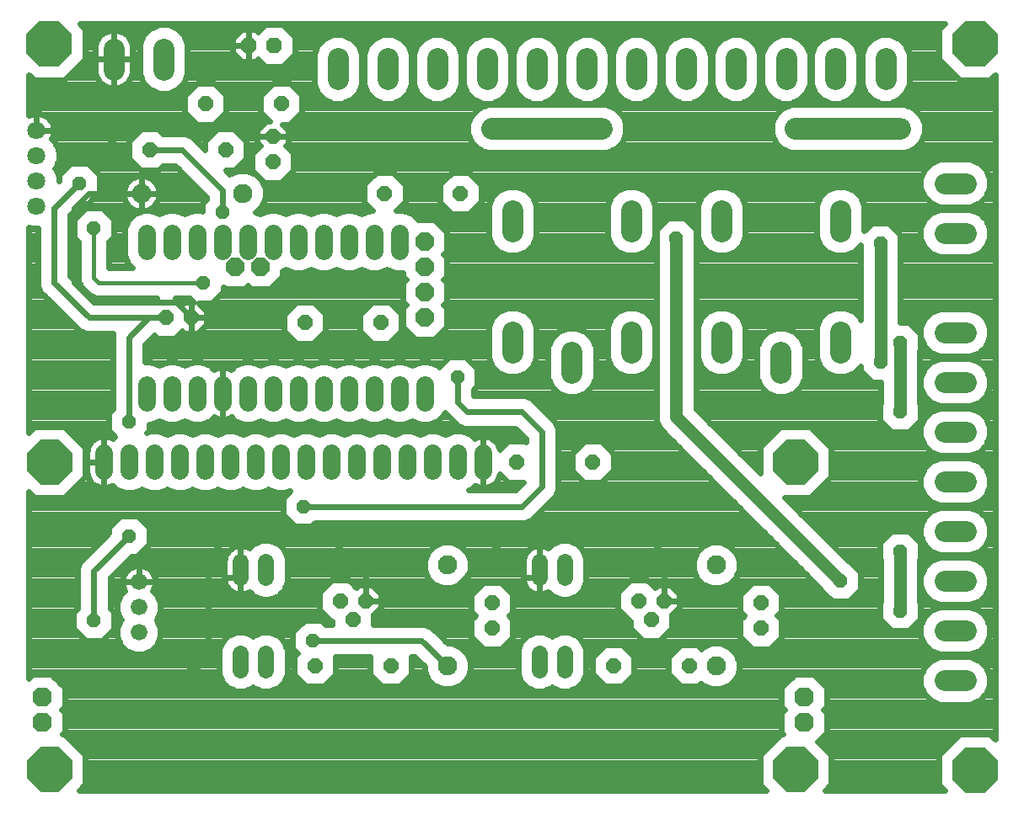
<source format=gbr>
G75*
%MOIN*%
%OFA0B0*%
%FSLAX25Y25*%
%IPPOS*%
%LPD*%
%AMOC8*
5,1,8,0,0,1.08239X$1,22.5*
%
%ADD10C,0.08350*%
%ADD11OC8,0.05906*%
%ADD12C,0.07600*%
%ADD13OC8,0.07600*%
%ADD14C,0.07000*%
%ADD15OC8,0.17717*%
%ADD16OC8,0.06299*%
%ADD17OC8,0.07087*%
%ADD18C,0.07087*%
%ADD19C,0.06600*%
%ADD20C,0.07087*%
%ADD21C,0.06350*%
%ADD22C,0.02400*%
%ADD23OC8,0.05600*%
%ADD24OC8,0.05512*%
%ADD25C,0.01600*%
%ADD26C,0.05000*%
%ADD27C,0.08600*%
%ADD28OC8,0.18110*%
D10*
X0227284Y0188998D02*
X0227284Y0197347D01*
X0250784Y0189347D02*
X0250784Y0180998D01*
X0274284Y0188998D02*
X0274284Y0197347D01*
X0309961Y0197347D02*
X0309961Y0188998D01*
X0333461Y0189347D02*
X0333461Y0180998D01*
X0356961Y0188998D02*
X0356961Y0197347D01*
X0398184Y0197139D02*
X0406534Y0197139D01*
X0406534Y0177339D02*
X0398184Y0177339D01*
X0398184Y0157769D02*
X0406534Y0157769D01*
X0406534Y0137969D02*
X0398184Y0137969D01*
X0398184Y0118399D02*
X0406534Y0118399D01*
X0406534Y0098599D02*
X0398184Y0098599D01*
X0398184Y0079029D02*
X0406534Y0079029D01*
X0406534Y0059229D02*
X0398184Y0059229D01*
X0398184Y0236394D02*
X0406534Y0236394D01*
X0406534Y0256194D02*
X0398184Y0256194D01*
X0356961Y0245347D02*
X0356961Y0236998D01*
X0309961Y0236998D02*
X0309961Y0245347D01*
X0274284Y0245347D02*
X0274284Y0236998D01*
X0227284Y0236998D02*
X0227284Y0245347D01*
X0236947Y0297238D02*
X0236947Y0305587D01*
X0217377Y0305587D02*
X0217377Y0297238D01*
X0197577Y0297238D02*
X0197577Y0305587D01*
X0178007Y0305587D02*
X0178007Y0297238D01*
X0158207Y0297238D02*
X0158207Y0305587D01*
X0089424Y0309524D02*
X0089424Y0301175D01*
X0069624Y0301175D02*
X0069624Y0309524D01*
X0256747Y0305587D02*
X0256747Y0297238D01*
X0276317Y0297238D02*
X0276317Y0305587D01*
X0296117Y0305587D02*
X0296117Y0297238D01*
X0315687Y0297238D02*
X0315687Y0305587D01*
X0335487Y0305587D02*
X0335487Y0297238D01*
X0355057Y0297238D02*
X0355057Y0305587D01*
X0374857Y0305587D02*
X0374857Y0297238D01*
D11*
X0206729Y0252200D03*
X0176729Y0252200D03*
X0132595Y0264641D03*
X0132595Y0274641D03*
X0135863Y0287633D03*
X0113816Y0269405D03*
X0105863Y0287633D03*
X0083816Y0269405D03*
X0090272Y0202987D03*
X0100272Y0202987D03*
X0145233Y0201019D03*
X0175233Y0201019D03*
X0229012Y0145783D03*
X0259012Y0145783D03*
X0277280Y0090783D03*
X0282280Y0083283D03*
X0287280Y0090783D03*
X0297280Y0065192D03*
X0267280Y0065192D03*
X0219288Y0079877D03*
X0219288Y0089877D03*
X0179170Y0065192D03*
X0164170Y0083283D03*
X0169170Y0090783D03*
X0159170Y0090783D03*
X0149170Y0065192D03*
X0325587Y0079877D03*
X0325587Y0089877D03*
D12*
X0307871Y0104877D03*
X0307871Y0064877D03*
X0201572Y0064877D03*
X0201572Y0104877D03*
X0120509Y0252121D03*
X0080509Y0252121D03*
D13*
X0219288Y0277791D03*
X0262595Y0277791D03*
X0339367Y0277791D03*
X0380705Y0277791D03*
X0342713Y0052554D03*
X0342713Y0042554D03*
X0041217Y0042554D03*
X0041217Y0052554D03*
D14*
X0065745Y0142243D02*
X0065745Y0149243D01*
X0075745Y0149243D02*
X0075745Y0142243D01*
X0085745Y0142243D02*
X0085745Y0149243D01*
X0095745Y0149243D02*
X0095745Y0142243D01*
X0105745Y0142243D02*
X0105745Y0149243D01*
X0115745Y0149243D02*
X0115745Y0142243D01*
X0125745Y0142243D02*
X0125745Y0149243D01*
X0135745Y0149243D02*
X0135745Y0142243D01*
X0145745Y0142243D02*
X0145745Y0149243D01*
X0155745Y0149243D02*
X0155745Y0142243D01*
X0165745Y0142243D02*
X0165745Y0149243D01*
X0175745Y0149243D02*
X0175745Y0142243D01*
X0185745Y0142243D02*
X0185745Y0149243D01*
X0195745Y0149243D02*
X0195745Y0142243D01*
X0205745Y0142243D02*
X0205745Y0149243D01*
X0215745Y0149243D02*
X0215745Y0142243D01*
D15*
X0044249Y0024011D03*
X0044249Y0145743D03*
X0339209Y0145743D03*
X0339209Y0024011D03*
D16*
X0133028Y0310704D03*
X0123028Y0310704D03*
D17*
X0192674Y0232987D03*
X0192674Y0222987D03*
X0192674Y0212987D03*
X0192674Y0202987D03*
X0127674Y0222987D03*
X0117674Y0222987D03*
D18*
X0122674Y0229444D02*
X0122674Y0236531D01*
X0132674Y0236531D02*
X0132674Y0229444D01*
X0142674Y0229444D02*
X0142674Y0236531D01*
X0152674Y0236531D02*
X0152674Y0229444D01*
X0162674Y0229444D02*
X0162674Y0236531D01*
X0172674Y0236531D02*
X0172674Y0229444D01*
X0182674Y0229444D02*
X0182674Y0236531D01*
X0182674Y0176531D02*
X0182674Y0169444D01*
X0192674Y0169444D02*
X0192674Y0176531D01*
X0172674Y0176531D02*
X0172674Y0169444D01*
X0162674Y0169444D02*
X0162674Y0176531D01*
X0152674Y0176531D02*
X0152674Y0169444D01*
X0142674Y0169444D02*
X0142674Y0176531D01*
X0132674Y0176531D02*
X0132674Y0169444D01*
X0122674Y0169444D02*
X0122674Y0176531D01*
X0112674Y0176531D02*
X0112674Y0169444D01*
X0102674Y0169444D02*
X0102674Y0176531D01*
X0092674Y0176531D02*
X0092674Y0169444D01*
X0082674Y0169444D02*
X0082674Y0176531D01*
X0082674Y0229444D02*
X0082674Y0236531D01*
X0092674Y0236531D02*
X0092674Y0229444D01*
X0102674Y0229444D02*
X0102674Y0236531D01*
X0112674Y0236531D02*
X0112674Y0229444D01*
D19*
X0079603Y0098302D03*
X0079603Y0088302D03*
X0079603Y0078302D03*
D20*
X0039091Y0247043D03*
X0039091Y0257043D03*
X0039091Y0267043D03*
X0039091Y0277043D03*
D21*
X0119800Y0106227D02*
X0119800Y0099877D01*
X0129800Y0099877D02*
X0129800Y0106227D01*
X0129800Y0069877D02*
X0129800Y0063528D01*
X0119800Y0063528D02*
X0119800Y0069877D01*
X0237910Y0069877D02*
X0237910Y0063528D01*
X0247910Y0063528D02*
X0247910Y0069877D01*
X0247910Y0099877D02*
X0247910Y0106227D01*
X0237910Y0106227D02*
X0237910Y0099877D01*
D22*
X0237910Y0099877D01*
X0237910Y0093502D01*
X0237492Y0093502D01*
X0236664Y0093611D01*
X0235857Y0093828D01*
X0235085Y0094148D01*
X0234361Y0094565D01*
X0233698Y0095074D01*
X0233107Y0095665D01*
X0232598Y0096328D01*
X0232180Y0097052D01*
X0231861Y0097824D01*
X0231644Y0098631D01*
X0231535Y0099459D01*
X0231535Y0099877D01*
X0237910Y0099877D01*
X0237910Y0099877D01*
X0237910Y0093502D01*
X0238328Y0093502D01*
X0239156Y0093611D01*
X0239964Y0093828D01*
X0240736Y0094148D01*
X0241408Y0094536D01*
X0243166Y0092777D01*
X0246244Y0091502D01*
X0249576Y0091502D01*
X0252654Y0092777D01*
X0255010Y0095133D01*
X0256285Y0098211D01*
X0256285Y0107893D01*
X0255010Y0110971D01*
X0252654Y0113327D01*
X0249576Y0114602D01*
X0246244Y0114602D01*
X0243166Y0113327D01*
X0241408Y0111568D01*
X0240736Y0111956D01*
X0239964Y0112276D01*
X0239156Y0112492D01*
X0238328Y0112602D01*
X0237910Y0112602D01*
X0237492Y0112602D01*
X0236664Y0112492D01*
X0235857Y0112276D01*
X0235085Y0111956D01*
X0234361Y0111539D01*
X0233698Y0111030D01*
X0233107Y0110439D01*
X0232598Y0109776D01*
X0232180Y0109052D01*
X0231861Y0108280D01*
X0231644Y0107473D01*
X0231535Y0106645D01*
X0231535Y0099877D01*
X0237910Y0099877D01*
X0237910Y0112602D01*
X0237910Y0099877D01*
X0237910Y0099877D01*
X0237910Y0098819D02*
X0237910Y0098819D01*
X0237910Y0101217D02*
X0237910Y0101217D01*
X0237910Y0103616D02*
X0237910Y0103616D01*
X0237910Y0106014D02*
X0237910Y0106014D01*
X0237910Y0108413D02*
X0237910Y0108413D01*
X0237910Y0110811D02*
X0237910Y0110811D01*
X0233480Y0110811D02*
X0208365Y0110811D01*
X0209201Y0109975D02*
X0206670Y0112507D01*
X0203362Y0113877D01*
X0199781Y0113877D01*
X0196473Y0112507D01*
X0193942Y0109975D01*
X0192572Y0106667D01*
X0192572Y0103087D01*
X0193942Y0099779D01*
X0196473Y0097247D01*
X0199781Y0095877D01*
X0203362Y0095877D01*
X0206670Y0097247D01*
X0209201Y0099779D01*
X0210572Y0103087D01*
X0210572Y0106667D01*
X0209201Y0109975D01*
X0209848Y0108413D02*
X0231916Y0108413D01*
X0231535Y0106014D02*
X0210572Y0106014D01*
X0210572Y0103616D02*
X0231535Y0103616D01*
X0231535Y0101217D02*
X0209797Y0101217D01*
X0211414Y0102594D02*
X0227162Y0118342D01*
X0278343Y0118342D01*
X0287280Y0109405D01*
X0287280Y0090783D01*
X0287280Y0096935D01*
X0284732Y0096935D01*
X0283694Y0095898D01*
X0280657Y0098935D01*
X0273903Y0098935D01*
X0269127Y0094160D01*
X0269127Y0087406D01*
X0273903Y0082630D01*
X0274127Y0082630D01*
X0274127Y0079906D01*
X0278903Y0075130D01*
X0285657Y0075130D01*
X0290433Y0079906D01*
X0290433Y0085234D01*
X0293433Y0088234D01*
X0293433Y0090783D01*
X0293433Y0093331D01*
X0289829Y0096935D01*
X0287280Y0096935D01*
X0287280Y0090783D01*
X0287280Y0090783D01*
X0293433Y0090783D01*
X0287280Y0090783D01*
X0287280Y0090783D01*
X0287280Y0091623D02*
X0287280Y0091623D01*
X0287280Y0094022D02*
X0287280Y0094022D01*
X0287280Y0096420D02*
X0287280Y0096420D01*
X0284217Y0096420D02*
X0283172Y0096420D01*
X0280774Y0098819D02*
X0301201Y0098819D01*
X0300241Y0099779D02*
X0302773Y0097247D01*
X0306081Y0095877D01*
X0309661Y0095877D01*
X0312969Y0097247D01*
X0315501Y0099779D01*
X0316871Y0103087D01*
X0316871Y0106667D01*
X0315501Y0109975D01*
X0312969Y0112507D01*
X0309661Y0113877D01*
X0306081Y0113877D01*
X0302773Y0112507D01*
X0300241Y0109975D01*
X0298871Y0106667D01*
X0298871Y0103087D01*
X0300241Y0099779D01*
X0299645Y0101217D02*
X0256285Y0101217D01*
X0256285Y0098819D02*
X0273787Y0098819D01*
X0271388Y0096420D02*
X0255543Y0096420D01*
X0253899Y0094022D02*
X0269127Y0094022D01*
X0269127Y0091623D02*
X0249868Y0091623D01*
X0245952Y0091623D02*
X0227441Y0091623D01*
X0227441Y0093254D02*
X0227441Y0086500D01*
X0225818Y0084877D01*
X0227441Y0083254D01*
X0227441Y0076500D01*
X0222665Y0071724D01*
X0215911Y0071724D01*
X0211135Y0076500D01*
X0211135Y0083254D01*
X0212758Y0084877D01*
X0211135Y0086500D01*
X0211135Y0093254D01*
X0215911Y0098030D01*
X0222665Y0098030D01*
X0227441Y0093254D01*
X0226673Y0094022D02*
X0235388Y0094022D01*
X0237910Y0094022D02*
X0237910Y0094022D01*
X0237910Y0096420D02*
X0237910Y0096420D01*
X0240432Y0094022D02*
X0241922Y0094022D01*
X0232545Y0096420D02*
X0224275Y0096420D01*
X0227162Y0102594D02*
X0211414Y0102594D01*
X0199603Y0090783D01*
X0169170Y0090783D01*
X0169170Y0090783D01*
X0169170Y0096935D01*
X0171718Y0096935D01*
X0175323Y0093331D01*
X0175323Y0090783D01*
X0169170Y0090783D01*
X0169170Y0096935D01*
X0166621Y0096935D01*
X0165584Y0095898D01*
X0162547Y0098935D01*
X0155793Y0098935D01*
X0151017Y0094160D01*
X0151017Y0087406D01*
X0155793Y0082630D01*
X0156017Y0082630D01*
X0156017Y0081435D01*
X0153273Y0081435D01*
X0151717Y0082991D01*
X0145126Y0082991D01*
X0140466Y0078330D01*
X0140466Y0071739D01*
X0142327Y0069879D01*
X0141017Y0068569D01*
X0141017Y0061815D01*
X0145793Y0057039D01*
X0152547Y0057039D01*
X0157323Y0061815D01*
X0157323Y0068569D01*
X0157257Y0068635D01*
X0171083Y0068635D01*
X0171017Y0068569D01*
X0171017Y0061815D01*
X0175793Y0057039D01*
X0182547Y0057039D01*
X0187323Y0061815D01*
X0187323Y0068569D01*
X0187257Y0068635D01*
X0188763Y0068635D01*
X0192572Y0064826D01*
X0192572Y0063087D01*
X0193942Y0059779D01*
X0196473Y0057247D01*
X0199781Y0055877D01*
X0203362Y0055877D01*
X0206670Y0057247D01*
X0209201Y0059779D01*
X0210572Y0063087D01*
X0210572Y0066667D01*
X0209201Y0069975D01*
X0206670Y0072507D01*
X0203362Y0073877D01*
X0201622Y0073877D01*
X0196840Y0078660D01*
X0195039Y0080460D01*
X0192687Y0081435D01*
X0172323Y0081435D01*
X0172323Y0085234D01*
X0175323Y0088234D01*
X0175323Y0090783D01*
X0169170Y0090783D01*
X0169170Y0090783D01*
X0169170Y0101531D01*
X0154327Y0116373D01*
X0183855Y0116373D01*
X0194778Y0110811D02*
X0136966Y0110811D01*
X0136900Y0110971D02*
X0134544Y0113327D01*
X0131466Y0114602D01*
X0128134Y0114602D01*
X0125056Y0113327D01*
X0123298Y0111568D01*
X0122625Y0111956D01*
X0121853Y0112276D01*
X0121046Y0112492D01*
X0120218Y0112602D01*
X0119800Y0112602D01*
X0119800Y0099877D01*
X0119800Y0093502D01*
X0120218Y0093502D01*
X0121046Y0093611D01*
X0121853Y0093828D01*
X0122625Y0094148D01*
X0123298Y0094536D01*
X0125056Y0092777D01*
X0128134Y0091502D01*
X0131466Y0091502D01*
X0134544Y0092777D01*
X0136900Y0095133D01*
X0138175Y0098211D01*
X0138175Y0107893D01*
X0136900Y0110971D01*
X0137959Y0108413D02*
X0193295Y0108413D01*
X0192572Y0106014D02*
X0138175Y0106014D01*
X0138175Y0103616D02*
X0192572Y0103616D01*
X0193346Y0101217D02*
X0138175Y0101217D01*
X0138175Y0098819D02*
X0155676Y0098819D01*
X0153278Y0096420D02*
X0137433Y0096420D01*
X0135788Y0094022D02*
X0151017Y0094022D01*
X0151017Y0091623D02*
X0131758Y0091623D01*
X0127842Y0091623D02*
X0087428Y0091623D01*
X0086809Y0093117D02*
X0088103Y0089993D01*
X0088103Y0086612D01*
X0086809Y0083487D01*
X0086624Y0083302D01*
X0086809Y0083117D01*
X0088103Y0079993D01*
X0088103Y0076612D01*
X0086809Y0073487D01*
X0084418Y0071096D01*
X0081294Y0069802D01*
X0077912Y0069802D01*
X0074788Y0071096D01*
X0072397Y0073487D01*
X0071103Y0076612D01*
X0071103Y0079993D01*
X0072397Y0083117D01*
X0072582Y0083302D01*
X0072397Y0083487D01*
X0071103Y0086612D01*
X0071103Y0089993D01*
X0072397Y0093117D01*
X0074105Y0094825D01*
X0073761Y0095421D01*
X0073435Y0096209D01*
X0073214Y0097032D01*
X0073103Y0097876D01*
X0073103Y0098302D01*
X0079603Y0098302D01*
X0079603Y0098302D01*
X0086103Y0098302D01*
X0086103Y0097876D01*
X0085992Y0097032D01*
X0085771Y0096209D01*
X0085445Y0095421D01*
X0085101Y0094825D01*
X0086809Y0093117D01*
X0085904Y0094022D02*
X0117278Y0094022D01*
X0116974Y0094148D02*
X0117746Y0093828D01*
X0118554Y0093611D01*
X0119382Y0093502D01*
X0119800Y0093502D01*
X0119800Y0099877D01*
X0119800Y0099877D01*
X0113425Y0099877D01*
X0113425Y0099459D01*
X0113534Y0098631D01*
X0113750Y0097824D01*
X0114070Y0097052D01*
X0114488Y0096328D01*
X0114997Y0095665D01*
X0115588Y0095074D01*
X0116251Y0094565D01*
X0116974Y0094148D01*
X0119800Y0094022D02*
X0119800Y0094022D01*
X0119800Y0096420D02*
X0119800Y0096420D01*
X0119800Y0098819D02*
X0119800Y0098819D01*
X0119800Y0099877D02*
X0119800Y0099877D01*
X0119800Y0099877D01*
X0113425Y0099877D01*
X0113425Y0106645D01*
X0113534Y0107473D01*
X0113750Y0108280D01*
X0114070Y0109052D01*
X0114488Y0109776D01*
X0114997Y0110439D01*
X0115588Y0111030D01*
X0116251Y0111539D01*
X0116974Y0111956D01*
X0117746Y0112276D01*
X0118554Y0112492D01*
X0119382Y0112602D01*
X0119800Y0112602D01*
X0119800Y0099877D01*
X0119800Y0101217D02*
X0119800Y0101217D01*
X0119800Y0103616D02*
X0119800Y0103616D01*
X0119800Y0106014D02*
X0119800Y0106014D01*
X0119800Y0108413D02*
X0119800Y0108413D01*
X0119800Y0110811D02*
X0119800Y0110811D01*
X0115369Y0110811D02*
X0081339Y0110811D01*
X0079058Y0108531D02*
X0076796Y0108531D01*
X0068208Y0099943D01*
X0068208Y0087822D01*
X0069808Y0086222D01*
X0069808Y0079595D01*
X0065121Y0074909D01*
X0058494Y0074909D01*
X0053808Y0079595D01*
X0053808Y0086222D01*
X0055408Y0087822D01*
X0055408Y0103867D01*
X0056382Y0106219D01*
X0058182Y0108019D01*
X0067745Y0117582D01*
X0067745Y0119844D01*
X0072431Y0124531D01*
X0079058Y0124531D01*
X0083745Y0119844D01*
X0083745Y0113217D01*
X0079058Y0108531D01*
X0076678Y0108413D02*
X0113805Y0108413D01*
X0113425Y0106014D02*
X0074279Y0106014D01*
X0075984Y0103719D02*
X0075308Y0103200D01*
X0074706Y0102597D01*
X0074187Y0101921D01*
X0073761Y0101183D01*
X0073435Y0100396D01*
X0073214Y0099573D01*
X0073103Y0098728D01*
X0073103Y0098302D01*
X0079603Y0098302D01*
X0079603Y0098302D01*
X0086103Y0098302D01*
X0086103Y0098728D01*
X0085992Y0099573D01*
X0085771Y0100396D01*
X0085445Y0101183D01*
X0085019Y0101921D01*
X0084500Y0102597D01*
X0083898Y0103200D01*
X0083222Y0103719D01*
X0082484Y0104145D01*
X0081697Y0104471D01*
X0080874Y0104691D01*
X0080029Y0104802D01*
X0079603Y0104802D01*
X0079177Y0104802D01*
X0078332Y0104691D01*
X0077509Y0104471D01*
X0076722Y0104145D01*
X0075984Y0103719D01*
X0075850Y0103616D02*
X0071881Y0103616D01*
X0073780Y0101217D02*
X0069482Y0101217D01*
X0068208Y0098819D02*
X0073115Y0098819D01*
X0073378Y0096420D02*
X0068208Y0096420D01*
X0068208Y0094022D02*
X0073302Y0094022D01*
X0071778Y0091623D02*
X0068208Y0091623D01*
X0068208Y0089225D02*
X0071103Y0089225D01*
X0071103Y0086826D02*
X0069204Y0086826D01*
X0069808Y0084428D02*
X0072008Y0084428D01*
X0071946Y0082029D02*
X0069808Y0082029D01*
X0069808Y0079631D02*
X0071103Y0079631D01*
X0071103Y0077232D02*
X0067445Y0077232D01*
X0071839Y0074834D02*
X0036012Y0074834D01*
X0036012Y0077232D02*
X0056170Y0077232D01*
X0053808Y0079631D02*
X0036012Y0079631D01*
X0036012Y0082029D02*
X0053808Y0082029D01*
X0053808Y0084428D02*
X0036012Y0084428D01*
X0036012Y0086826D02*
X0054412Y0086826D01*
X0055408Y0089225D02*
X0036012Y0089225D01*
X0036012Y0091623D02*
X0055408Y0091623D01*
X0055408Y0094022D02*
X0036012Y0094022D01*
X0036012Y0096420D02*
X0055408Y0096420D01*
X0055408Y0098819D02*
X0036012Y0098819D01*
X0036012Y0101217D02*
X0055408Y0101217D01*
X0055408Y0103616D02*
X0036012Y0103616D01*
X0036012Y0106014D02*
X0056297Y0106014D01*
X0058576Y0108413D02*
X0036012Y0108413D01*
X0036012Y0110811D02*
X0060975Y0110811D01*
X0063373Y0113210D02*
X0036012Y0113210D01*
X0036012Y0115609D02*
X0065772Y0115609D01*
X0067745Y0118007D02*
X0036012Y0118007D01*
X0036012Y0120406D02*
X0068306Y0120406D01*
X0070704Y0122804D02*
X0036012Y0122804D01*
X0036012Y0125203D02*
X0136529Y0125203D01*
X0136529Y0124889D02*
X0141189Y0120228D01*
X0147780Y0120228D01*
X0149336Y0121784D01*
X0232372Y0121784D01*
X0234724Y0122759D01*
X0236525Y0124559D01*
X0244399Y0132433D01*
X0245373Y0134785D01*
X0245373Y0158985D01*
X0244399Y0161337D01*
X0242598Y0163137D01*
X0234724Y0171011D01*
X0232372Y0171986D01*
X0212097Y0171986D01*
X0211909Y0172174D01*
X0211909Y0174514D01*
X0213464Y0176070D01*
X0213464Y0182661D01*
X0208804Y0187321D01*
X0202213Y0187321D01*
X0198231Y0183339D01*
X0197627Y0183943D01*
X0194413Y0185274D01*
X0190935Y0185274D01*
X0187721Y0183943D01*
X0187674Y0183896D01*
X0187627Y0183943D01*
X0184413Y0185274D01*
X0180935Y0185274D01*
X0177721Y0183943D01*
X0177674Y0183896D01*
X0177627Y0183943D01*
X0174413Y0185274D01*
X0170935Y0185274D01*
X0167721Y0183943D01*
X0167674Y0183896D01*
X0167627Y0183943D01*
X0164413Y0185274D01*
X0160935Y0185274D01*
X0157721Y0183943D01*
X0157674Y0183896D01*
X0157627Y0183943D01*
X0154413Y0185274D01*
X0150935Y0185274D01*
X0147721Y0183943D01*
X0147674Y0183896D01*
X0147627Y0183943D01*
X0144413Y0185274D01*
X0140935Y0185274D01*
X0137721Y0183943D01*
X0137674Y0183896D01*
X0137627Y0183943D01*
X0134413Y0185274D01*
X0130935Y0185274D01*
X0127721Y0183943D01*
X0127674Y0183896D01*
X0127627Y0183943D01*
X0124413Y0185274D01*
X0120935Y0185274D01*
X0117721Y0183943D01*
X0116111Y0182333D01*
X0115663Y0182592D01*
X0114846Y0182930D01*
X0113992Y0183159D01*
X0113116Y0183274D01*
X0112674Y0183274D01*
X0112674Y0172988D01*
X0112674Y0172988D01*
X0112674Y0183274D01*
X0112232Y0183274D01*
X0111355Y0183159D01*
X0110502Y0182930D01*
X0109685Y0182592D01*
X0109237Y0182333D01*
X0107627Y0183943D01*
X0104413Y0185274D01*
X0100935Y0185274D01*
X0097721Y0183943D01*
X0097674Y0183896D01*
X0097627Y0183943D01*
X0094413Y0185274D01*
X0090935Y0185274D01*
X0087721Y0183943D01*
X0087674Y0183896D01*
X0087627Y0183943D01*
X0084413Y0185274D01*
X0081987Y0185274D01*
X0081987Y0192462D01*
X0085627Y0196103D01*
X0086895Y0194835D01*
X0093649Y0194835D01*
X0096687Y0197872D01*
X0097724Y0196835D01*
X0100272Y0196835D01*
X0100272Y0202987D01*
X0100272Y0202987D01*
X0100272Y0196835D01*
X0102821Y0196835D01*
X0106425Y0200439D01*
X0106425Y0202987D01*
X0100272Y0202987D01*
X0094367Y0208893D01*
X0061808Y0208893D01*
X0053934Y0216767D01*
X0053934Y0246294D01*
X0059760Y0252121D01*
X0080509Y0252121D01*
X0080509Y0252121D01*
X0087509Y0252121D01*
X0087509Y0251662D01*
X0087389Y0250753D01*
X0087151Y0249866D01*
X0086800Y0249019D01*
X0086341Y0248224D01*
X0085783Y0247496D01*
X0085134Y0246847D01*
X0084406Y0246288D01*
X0083611Y0245830D01*
X0082763Y0245479D01*
X0082000Y0245274D01*
X0084413Y0245274D01*
X0087627Y0243943D01*
X0087674Y0243896D01*
X0087721Y0243943D01*
X0090935Y0245274D01*
X0094413Y0245274D01*
X0097627Y0243943D01*
X0097674Y0243896D01*
X0097721Y0243943D01*
X0100935Y0245274D01*
X0104413Y0245274D01*
X0104674Y0245166D01*
X0104674Y0247955D01*
X0106274Y0249555D01*
X0106274Y0250809D01*
X0094078Y0263005D01*
X0088945Y0263005D01*
X0087193Y0261252D01*
X0080439Y0261252D01*
X0075663Y0266028D01*
X0075663Y0272782D01*
X0080439Y0277557D01*
X0087193Y0277557D01*
X0088945Y0275805D01*
X0098002Y0275805D01*
X0100354Y0274830D01*
X0102155Y0273030D01*
X0105663Y0269522D01*
X0105663Y0272782D01*
X0110439Y0277557D01*
X0117193Y0277557D01*
X0121968Y0272782D01*
X0121968Y0266028D01*
X0117193Y0261252D01*
X0113933Y0261252D01*
X0115427Y0259758D01*
X0118718Y0261121D01*
X0122299Y0261121D01*
X0125607Y0259751D01*
X0128138Y0257219D01*
X0129509Y0253911D01*
X0129509Y0250331D01*
X0128138Y0247023D01*
X0125810Y0244695D01*
X0127627Y0243943D01*
X0127674Y0243896D01*
X0127721Y0243943D01*
X0130935Y0245274D01*
X0134413Y0245274D01*
X0137627Y0243943D01*
X0137674Y0243896D01*
X0137721Y0243943D01*
X0140935Y0245274D01*
X0144413Y0245274D01*
X0147627Y0243943D01*
X0147674Y0243896D01*
X0147721Y0243943D01*
X0150935Y0245274D01*
X0154413Y0245274D01*
X0157627Y0243943D01*
X0157674Y0243896D01*
X0157721Y0243943D01*
X0160935Y0245274D01*
X0164413Y0245274D01*
X0167627Y0243943D01*
X0167674Y0243896D01*
X0167721Y0243943D01*
X0170935Y0245274D01*
X0172125Y0245274D01*
X0168576Y0248823D01*
X0168576Y0255577D01*
X0173352Y0260353D01*
X0180106Y0260353D01*
X0184882Y0255577D01*
X0184882Y0248823D01*
X0181333Y0245274D01*
X0184413Y0245274D01*
X0187627Y0243943D01*
X0189839Y0241731D01*
X0196295Y0241731D01*
X0201417Y0236609D01*
X0201417Y0229366D01*
X0200039Y0227987D01*
X0201417Y0226609D01*
X0201417Y0219366D01*
X0200039Y0217987D01*
X0201417Y0216609D01*
X0201417Y0209366D01*
X0200039Y0207987D01*
X0201417Y0206609D01*
X0201417Y0199366D01*
X0196295Y0194244D01*
X0189052Y0194244D01*
X0183931Y0199366D01*
X0183931Y0206609D01*
X0185309Y0207987D01*
X0183931Y0209366D01*
X0183931Y0216609D01*
X0185309Y0217987D01*
X0183931Y0219366D01*
X0183931Y0220701D01*
X0180935Y0220701D01*
X0177721Y0222032D01*
X0177674Y0222079D01*
X0177627Y0222032D01*
X0174413Y0220701D01*
X0170935Y0220701D01*
X0167721Y0222032D01*
X0167674Y0222079D01*
X0167627Y0222032D01*
X0164413Y0220701D01*
X0160935Y0220701D01*
X0157721Y0222032D01*
X0157674Y0222079D01*
X0157627Y0222032D01*
X0154413Y0220701D01*
X0150935Y0220701D01*
X0147721Y0222032D01*
X0147674Y0222079D01*
X0147627Y0222032D01*
X0144413Y0220701D01*
X0140935Y0220701D01*
X0137721Y0222032D01*
X0137674Y0222079D01*
X0137627Y0222032D01*
X0136417Y0221531D01*
X0136417Y0219366D01*
X0131295Y0214244D01*
X0124052Y0214244D01*
X0122674Y0215623D01*
X0121295Y0214244D01*
X0114052Y0214244D01*
X0113115Y0215182D01*
X0113115Y0213453D01*
X0108429Y0208767D01*
X0103194Y0208767D01*
X0106425Y0205536D01*
X0106425Y0202987D01*
X0100272Y0202987D01*
X0100272Y0202987D01*
X0100272Y0202988D02*
X0100272Y0209140D01*
X0097724Y0209140D01*
X0096687Y0208103D01*
X0094022Y0210767D01*
X0099801Y0210767D01*
X0101428Y0209140D01*
X0100272Y0209140D01*
X0100272Y0202988D01*
X0100272Y0202988D01*
X0100272Y0201955D02*
X0100272Y0201955D01*
X0100272Y0204353D02*
X0100272Y0204353D01*
X0100272Y0206752D02*
X0100272Y0206752D01*
X0101418Y0209150D02*
X0095639Y0209150D01*
X0090272Y0202987D02*
X0059839Y0202987D01*
X0046060Y0216767D01*
X0046060Y0246294D01*
X0055902Y0256137D01*
X0047902Y0257188D02*
X0047902Y0259451D01*
X0052589Y0264137D01*
X0059216Y0264137D01*
X0063902Y0259451D01*
X0063902Y0252823D01*
X0059216Y0248137D01*
X0056953Y0248137D01*
X0052460Y0243644D01*
X0052460Y0219418D01*
X0062490Y0209387D01*
X0085143Y0209387D01*
X0086522Y0210767D01*
X0062583Y0210767D01*
X0060378Y0211680D01*
X0058690Y0213368D01*
X0056721Y0215337D01*
X0055808Y0217542D01*
X0055808Y0233107D01*
X0053808Y0235107D01*
X0053808Y0241734D01*
X0058494Y0246420D01*
X0065121Y0246420D01*
X0069808Y0241734D01*
X0069808Y0235107D01*
X0067808Y0233107D01*
X0067808Y0222767D01*
X0076986Y0222767D01*
X0075262Y0224491D01*
X0073931Y0227705D01*
X0073931Y0238270D01*
X0075262Y0241483D01*
X0077721Y0243943D01*
X0080566Y0245121D01*
X0080509Y0245121D01*
X0080509Y0252121D01*
X0080508Y0252121D01*
X0073509Y0252121D01*
X0073509Y0251662D01*
X0073628Y0250753D01*
X0073866Y0249866D01*
X0074217Y0249019D01*
X0074676Y0248224D01*
X0075234Y0247496D01*
X0075883Y0246847D01*
X0076611Y0246288D01*
X0077406Y0245830D01*
X0078254Y0245479D01*
X0079140Y0245241D01*
X0080050Y0245121D01*
X0080508Y0245121D01*
X0080508Y0252121D01*
X0080508Y0252121D01*
X0073509Y0252121D01*
X0073509Y0252580D01*
X0073628Y0253490D01*
X0073866Y0254376D01*
X0074217Y0255224D01*
X0074676Y0256019D01*
X0075234Y0256747D01*
X0075883Y0257395D01*
X0076611Y0257954D01*
X0077406Y0258413D01*
X0078254Y0258764D01*
X0079140Y0259001D01*
X0080050Y0259121D01*
X0080508Y0259121D01*
X0080508Y0252121D01*
X0080509Y0252121D02*
X0080509Y0261058D01*
X0065745Y0275822D01*
X0075663Y0271512D02*
X0046704Y0271512D01*
X0046503Y0271995D02*
X0044893Y0273605D01*
X0045152Y0274054D01*
X0045490Y0274870D01*
X0045719Y0275724D01*
X0045834Y0276601D01*
X0045834Y0277042D01*
X0039091Y0277042D01*
X0039091Y0277043D01*
X0039091Y0283786D01*
X0038649Y0283786D01*
X0037773Y0283670D01*
X0036919Y0283442D01*
X0036102Y0283103D01*
X0036012Y0283051D01*
X0036012Y0299175D01*
X0038187Y0297000D01*
X0049996Y0297000D01*
X0058346Y0305350D01*
X0058346Y0317160D01*
X0056171Y0319335D01*
X0398153Y0319335D01*
X0395978Y0317160D01*
X0395978Y0305350D01*
X0404328Y0297000D01*
X0416138Y0297000D01*
X0418312Y0299175D01*
X0418312Y0035934D01*
X0416138Y0038109D01*
X0404328Y0038109D01*
X0395978Y0029758D01*
X0395978Y0017949D01*
X0398153Y0015774D01*
X0350854Y0015774D01*
X0353268Y0018188D01*
X0353268Y0029834D01*
X0347994Y0035107D01*
X0351713Y0038826D01*
X0351713Y0046282D01*
X0350441Y0047554D01*
X0351713Y0048826D01*
X0351713Y0056282D01*
X0346441Y0061554D01*
X0338985Y0061554D01*
X0333713Y0056282D01*
X0333713Y0048826D01*
X0334985Y0047554D01*
X0333713Y0046282D01*
X0333713Y0038826D01*
X0334470Y0038069D01*
X0333386Y0038069D01*
X0325151Y0029834D01*
X0325151Y0018188D01*
X0327565Y0015774D01*
X0055893Y0015774D01*
X0058307Y0018188D01*
X0058307Y0029834D01*
X0050072Y0038069D01*
X0049460Y0038069D01*
X0050217Y0038826D01*
X0050217Y0046282D01*
X0048945Y0047554D01*
X0050217Y0048826D01*
X0050217Y0056282D01*
X0044945Y0061554D01*
X0037489Y0061554D01*
X0036012Y0060077D01*
X0036012Y0134099D01*
X0038426Y0131685D01*
X0050072Y0131685D01*
X0058307Y0139920D01*
X0058307Y0151566D01*
X0050072Y0159802D01*
X0038426Y0159802D01*
X0036012Y0157388D01*
X0036012Y0238854D01*
X0037352Y0238299D01*
X0039660Y0238299D01*
X0039660Y0215494D01*
X0040634Y0213142D01*
X0042434Y0211341D01*
X0056214Y0197562D01*
X0058566Y0196587D01*
X0069271Y0196587D01*
X0069187Y0196386D01*
X0069187Y0166563D01*
X0067587Y0164963D01*
X0067587Y0158335D01*
X0070060Y0155862D01*
X0069189Y0154991D01*
X0068714Y0155265D01*
X0067903Y0155601D01*
X0067055Y0155829D01*
X0066184Y0155943D01*
X0065745Y0155943D01*
X0065745Y0145743D01*
X0065745Y0135543D01*
X0066184Y0135543D01*
X0067055Y0135658D01*
X0067903Y0135885D01*
X0068714Y0136221D01*
X0069189Y0136495D01*
X0070817Y0134868D01*
X0074014Y0133543D01*
X0077475Y0133543D01*
X0080673Y0134868D01*
X0080745Y0134940D01*
X0080817Y0134868D01*
X0084014Y0133543D01*
X0087475Y0133543D01*
X0090673Y0134868D01*
X0090745Y0134940D01*
X0090817Y0134868D01*
X0094014Y0133543D01*
X0097475Y0133543D01*
X0100673Y0134868D01*
X0100745Y0134940D01*
X0100817Y0134868D01*
X0104014Y0133543D01*
X0107475Y0133543D01*
X0110673Y0134868D01*
X0110745Y0134940D01*
X0110817Y0134868D01*
X0114014Y0133543D01*
X0117475Y0133543D01*
X0120673Y0134868D01*
X0120745Y0134940D01*
X0120817Y0134868D01*
X0124014Y0133543D01*
X0127475Y0133543D01*
X0130673Y0134868D01*
X0130745Y0134940D01*
X0130817Y0134868D01*
X0134014Y0133543D01*
X0137475Y0133543D01*
X0139383Y0134333D01*
X0136529Y0131480D01*
X0136529Y0124889D01*
X0136529Y0127601D02*
X0036012Y0127601D01*
X0036012Y0130000D02*
X0136529Y0130000D01*
X0137447Y0132398D02*
X0050785Y0132398D01*
X0053183Y0134797D02*
X0070988Y0134797D01*
X0065745Y0135543D02*
X0065745Y0145743D01*
X0065745Y0145743D01*
X0059045Y0145743D01*
X0059045Y0141804D01*
X0059159Y0140933D01*
X0059387Y0140085D01*
X0059723Y0139274D01*
X0060162Y0138513D01*
X0060697Y0137816D01*
X0061318Y0137195D01*
X0055582Y0137195D01*
X0057980Y0139594D02*
X0059590Y0139594D01*
X0059045Y0141992D02*
X0058307Y0141992D01*
X0058307Y0144391D02*
X0059045Y0144391D01*
X0059045Y0145743D02*
X0065745Y0145743D01*
X0065745Y0145743D01*
X0065745Y0145743D01*
X0065745Y0155943D01*
X0065306Y0155943D01*
X0064435Y0155829D01*
X0063586Y0155601D01*
X0062775Y0155265D01*
X0062014Y0154826D01*
X0061318Y0154291D01*
X0060697Y0153670D01*
X0060162Y0152974D01*
X0059723Y0152213D01*
X0059387Y0151402D01*
X0059159Y0150553D01*
X0059045Y0149682D01*
X0059045Y0145743D01*
X0059045Y0146789D02*
X0058307Y0146789D01*
X0058307Y0149188D02*
X0059045Y0149188D01*
X0059463Y0151586D02*
X0058287Y0151586D01*
X0055889Y0153985D02*
X0061011Y0153985D01*
X0065745Y0153985D02*
X0065745Y0153985D01*
X0065745Y0151586D02*
X0065745Y0151586D01*
X0065745Y0149188D02*
X0065745Y0149188D01*
X0065745Y0146789D02*
X0065745Y0146789D01*
X0065745Y0144391D02*
X0065745Y0144391D01*
X0065745Y0141992D02*
X0065745Y0141992D01*
X0065745Y0139594D02*
X0065745Y0139594D01*
X0065745Y0137195D02*
X0065745Y0137195D01*
X0065745Y0135543D02*
X0065306Y0135543D01*
X0064435Y0135658D01*
X0063586Y0135885D01*
X0062775Y0136221D01*
X0062014Y0136661D01*
X0061318Y0137195D01*
X0080501Y0134797D02*
X0080988Y0134797D01*
X0090501Y0134797D02*
X0090988Y0134797D01*
X0100501Y0134797D02*
X0100988Y0134797D01*
X0110501Y0134797D02*
X0110988Y0134797D01*
X0120501Y0134797D02*
X0120988Y0134797D01*
X0130501Y0134797D02*
X0130988Y0134797D01*
X0144485Y0128184D02*
X0231099Y0128184D01*
X0238973Y0136058D01*
X0238973Y0157712D01*
X0231099Y0165586D01*
X0209446Y0165586D01*
X0205509Y0169523D01*
X0205509Y0179365D01*
X0211909Y0173173D02*
X0245351Y0173173D01*
X0245474Y0173050D02*
X0248919Y0171623D01*
X0252649Y0171623D01*
X0256095Y0173050D01*
X0258732Y0175687D01*
X0260159Y0179133D01*
X0260159Y0191212D01*
X0258732Y0194658D01*
X0256095Y0197295D01*
X0252649Y0198722D01*
X0248919Y0198722D01*
X0245474Y0197295D01*
X0242837Y0194658D01*
X0241409Y0191212D01*
X0241409Y0179133D01*
X0242837Y0175687D01*
X0245474Y0173050D01*
X0242952Y0175571D02*
X0212966Y0175571D01*
X0213464Y0177970D02*
X0241891Y0177970D01*
X0241409Y0180368D02*
X0230949Y0180368D01*
X0232595Y0181050D02*
X0235232Y0183687D01*
X0236659Y0187133D01*
X0236659Y0199212D01*
X0235232Y0202658D01*
X0232595Y0205295D01*
X0229149Y0206722D01*
X0225419Y0206722D01*
X0221974Y0205295D01*
X0219337Y0202658D01*
X0217909Y0199212D01*
X0217909Y0187133D01*
X0219337Y0183687D01*
X0221974Y0181050D01*
X0225419Y0179623D01*
X0229149Y0179623D01*
X0232595Y0181050D01*
X0234311Y0182767D02*
X0241409Y0182767D01*
X0241409Y0185165D02*
X0235844Y0185165D01*
X0236659Y0187564D02*
X0241409Y0187564D01*
X0241409Y0189962D02*
X0236659Y0189962D01*
X0236659Y0192361D02*
X0241885Y0192361D01*
X0242938Y0194759D02*
X0236659Y0194759D01*
X0236659Y0197158D02*
X0245337Y0197158D01*
X0236516Y0199556D02*
X0265052Y0199556D01*
X0264909Y0199212D02*
X0266337Y0202658D01*
X0268974Y0205295D01*
X0272419Y0206722D01*
X0276149Y0206722D01*
X0279595Y0205295D01*
X0282232Y0202658D01*
X0283659Y0199212D01*
X0283659Y0187133D01*
X0282232Y0183687D01*
X0279595Y0181050D01*
X0276149Y0179623D01*
X0272419Y0179623D01*
X0268974Y0181050D01*
X0266337Y0183687D01*
X0264909Y0187133D01*
X0264909Y0199212D01*
X0264909Y0197158D02*
X0256231Y0197158D01*
X0258630Y0194759D02*
X0264909Y0194759D01*
X0264909Y0192361D02*
X0259683Y0192361D01*
X0260159Y0189962D02*
X0264909Y0189962D01*
X0264909Y0187564D02*
X0260159Y0187564D01*
X0260159Y0185165D02*
X0265724Y0185165D01*
X0267257Y0182767D02*
X0260159Y0182767D01*
X0260159Y0180368D02*
X0270620Y0180368D01*
X0277949Y0180368D02*
X0284423Y0180368D01*
X0284423Y0177970D02*
X0259677Y0177970D01*
X0258616Y0175571D02*
X0284423Y0175571D01*
X0284423Y0173173D02*
X0256217Y0173173D01*
X0244464Y0161180D02*
X0284798Y0161180D01*
X0284423Y0162086D02*
X0285595Y0159256D01*
X0287761Y0157090D01*
X0349127Y0095723D01*
X0349127Y0095361D01*
X0353788Y0090701D01*
X0360379Y0090701D01*
X0365039Y0095361D01*
X0365039Y0101952D01*
X0360379Y0106613D01*
X0360017Y0106613D01*
X0334944Y0131685D01*
X0345032Y0131685D01*
X0353268Y0139920D01*
X0353268Y0151566D01*
X0345032Y0159802D01*
X0333386Y0159802D01*
X0325151Y0151566D01*
X0325151Y0141478D01*
X0299823Y0166807D01*
X0299823Y0230932D01*
X0300079Y0231188D01*
X0300079Y0237779D01*
X0295418Y0242439D01*
X0288827Y0242439D01*
X0284167Y0237779D01*
X0284167Y0231188D01*
X0284423Y0230932D01*
X0284423Y0162086D01*
X0284423Y0163579D02*
X0242157Y0163579D01*
X0239759Y0165977D02*
X0284423Y0165977D01*
X0284423Y0168376D02*
X0237360Y0168376D01*
X0234962Y0170774D02*
X0284423Y0170774D01*
X0284423Y0182767D02*
X0281311Y0182767D01*
X0282844Y0185165D02*
X0284423Y0185165D01*
X0284423Y0187564D02*
X0283659Y0187564D01*
X0283659Y0189962D02*
X0284423Y0189962D01*
X0284423Y0192361D02*
X0283659Y0192361D01*
X0283659Y0194759D02*
X0284423Y0194759D01*
X0284423Y0197158D02*
X0283659Y0197158D01*
X0283516Y0199556D02*
X0284423Y0199556D01*
X0284423Y0201955D02*
X0282523Y0201955D01*
X0284423Y0204353D02*
X0280536Y0204353D01*
X0284423Y0206752D02*
X0201274Y0206752D01*
X0201202Y0209150D02*
X0284423Y0209150D01*
X0284423Y0211549D02*
X0201417Y0211549D01*
X0201417Y0213947D02*
X0284423Y0213947D01*
X0284423Y0216346D02*
X0201417Y0216346D01*
X0200796Y0218745D02*
X0284423Y0218745D01*
X0284423Y0221143D02*
X0201417Y0221143D01*
X0201417Y0223542D02*
X0284423Y0223542D01*
X0284423Y0225940D02*
X0201417Y0225940D01*
X0200390Y0228339D02*
X0223691Y0228339D01*
X0221974Y0229050D02*
X0225419Y0227623D01*
X0229149Y0227623D01*
X0232595Y0229050D01*
X0235232Y0231687D01*
X0236659Y0235133D01*
X0236659Y0247212D01*
X0235232Y0250658D01*
X0232595Y0253295D01*
X0229149Y0254722D01*
X0225419Y0254722D01*
X0221974Y0253295D01*
X0219337Y0250658D01*
X0217909Y0247212D01*
X0217909Y0235133D01*
X0219337Y0231687D01*
X0221974Y0229050D01*
X0220287Y0230737D02*
X0201417Y0230737D01*
X0201417Y0233136D02*
X0218737Y0233136D01*
X0217909Y0235534D02*
X0201417Y0235534D01*
X0200094Y0237933D02*
X0217909Y0237933D01*
X0217909Y0240331D02*
X0197695Y0240331D01*
X0202271Y0245128D02*
X0184765Y0245128D01*
X0183585Y0247527D02*
X0199873Y0247527D01*
X0198576Y0248823D02*
X0203352Y0244047D01*
X0210106Y0244047D01*
X0214882Y0248823D01*
X0214882Y0255577D01*
X0210106Y0260353D01*
X0203352Y0260353D01*
X0198576Y0255577D01*
X0198576Y0248823D01*
X0198576Y0249925D02*
X0184882Y0249925D01*
X0184882Y0252324D02*
X0198576Y0252324D01*
X0198576Y0254722D02*
X0184882Y0254722D01*
X0183338Y0257121D02*
X0200120Y0257121D01*
X0202518Y0259519D02*
X0180940Y0259519D01*
X0172518Y0259519D02*
X0139003Y0259519D01*
X0140748Y0261264D02*
X0140748Y0268018D01*
X0137711Y0271055D01*
X0138748Y0272092D01*
X0138748Y0274641D01*
X0138748Y0277189D01*
X0136457Y0279480D01*
X0139240Y0279480D01*
X0144016Y0284256D01*
X0144016Y0291010D01*
X0139240Y0295786D01*
X0132486Y0295786D01*
X0127710Y0291010D01*
X0127710Y0284256D01*
X0131173Y0280794D01*
X0130047Y0280794D01*
X0126442Y0277189D01*
X0126442Y0274641D01*
X0132595Y0274641D01*
X0132595Y0274641D01*
X0126442Y0274641D01*
X0126442Y0272092D01*
X0127480Y0271055D01*
X0124442Y0268018D01*
X0124442Y0261264D01*
X0129218Y0256488D01*
X0135972Y0256488D01*
X0140748Y0261264D01*
X0140748Y0261918D02*
X0390649Y0261918D01*
X0390237Y0261505D02*
X0388809Y0258059D01*
X0388809Y0254330D01*
X0390237Y0250884D01*
X0392874Y0248247D01*
X0396319Y0246820D01*
X0408398Y0246820D01*
X0411844Y0248247D01*
X0414481Y0250884D01*
X0415909Y0254330D01*
X0415909Y0258059D01*
X0414481Y0261505D01*
X0411844Y0264142D01*
X0408398Y0265569D01*
X0396319Y0265569D01*
X0392874Y0264142D01*
X0390237Y0261505D01*
X0389414Y0259519D02*
X0210940Y0259519D01*
X0213338Y0257121D02*
X0388809Y0257121D01*
X0388809Y0254722D02*
X0214882Y0254722D01*
X0214882Y0252324D02*
X0221003Y0252324D01*
X0219033Y0249925D02*
X0214882Y0249925D01*
X0213585Y0247527D02*
X0218040Y0247527D01*
X0217909Y0245128D02*
X0211187Y0245128D01*
X0217909Y0242730D02*
X0188840Y0242730D01*
X0170583Y0245128D02*
X0164765Y0245128D01*
X0160583Y0245128D02*
X0154765Y0245128D01*
X0150583Y0245128D02*
X0144765Y0245128D01*
X0140583Y0245128D02*
X0134765Y0245128D01*
X0130583Y0245128D02*
X0126243Y0245128D01*
X0128347Y0247527D02*
X0169873Y0247527D01*
X0168576Y0249925D02*
X0129340Y0249925D01*
X0129509Y0252324D02*
X0168576Y0252324D01*
X0168576Y0254722D02*
X0129173Y0254722D01*
X0128586Y0257121D02*
X0128179Y0257121D01*
X0126187Y0259519D02*
X0125838Y0259519D01*
X0124442Y0261918D02*
X0117858Y0261918D01*
X0120257Y0264316D02*
X0124442Y0264316D01*
X0124442Y0266715D02*
X0121968Y0266715D01*
X0121968Y0269113D02*
X0125538Y0269113D01*
X0127023Y0271512D02*
X0121968Y0271512D01*
X0120840Y0273910D02*
X0126442Y0273910D01*
X0126442Y0276309D02*
X0118441Y0276309D01*
X0113264Y0283504D02*
X0128462Y0283504D01*
X0127710Y0285903D02*
X0114016Y0285903D01*
X0114016Y0284256D02*
X0109240Y0279480D01*
X0102486Y0279480D01*
X0097710Y0284256D01*
X0097710Y0291010D01*
X0102486Y0295786D01*
X0109240Y0295786D01*
X0114016Y0291010D01*
X0114016Y0284256D01*
X0114016Y0288301D02*
X0127710Y0288301D01*
X0127710Y0290700D02*
X0114016Y0290700D01*
X0111927Y0293098D02*
X0129798Y0293098D01*
X0132197Y0295497D02*
X0109529Y0295497D01*
X0102197Y0295497D02*
X0097004Y0295497D01*
X0097372Y0295864D02*
X0098799Y0299310D01*
X0098799Y0311389D01*
X0097372Y0314835D01*
X0094735Y0317472D01*
X0091289Y0318899D01*
X0087559Y0318899D01*
X0084114Y0317472D01*
X0081477Y0314835D01*
X0080049Y0311389D01*
X0080049Y0299310D01*
X0081477Y0295864D01*
X0084114Y0293227D01*
X0087559Y0291800D01*
X0091289Y0291800D01*
X0094735Y0293227D01*
X0097372Y0295864D01*
X0098213Y0297895D02*
X0148832Y0297895D01*
X0148832Y0295497D02*
X0139529Y0295497D01*
X0141927Y0293098D02*
X0149774Y0293098D01*
X0150259Y0291927D02*
X0152897Y0289290D01*
X0156342Y0287863D01*
X0160072Y0287863D01*
X0163517Y0289290D01*
X0166155Y0291927D01*
X0167582Y0295373D01*
X0167582Y0307452D01*
X0166155Y0310898D01*
X0163517Y0313535D01*
X0160072Y0314962D01*
X0156342Y0314962D01*
X0152897Y0313535D01*
X0150259Y0310898D01*
X0148832Y0307452D01*
X0148832Y0295373D01*
X0150259Y0291927D01*
X0151487Y0290700D02*
X0144016Y0290700D01*
X0144016Y0288301D02*
X0155284Y0288301D01*
X0161130Y0288301D02*
X0175084Y0288301D01*
X0176142Y0287863D02*
X0179872Y0287863D01*
X0183317Y0289290D01*
X0185955Y0291927D01*
X0187382Y0295373D01*
X0187382Y0307452D01*
X0185955Y0310898D01*
X0183317Y0313535D01*
X0179872Y0314962D01*
X0176142Y0314962D01*
X0172697Y0313535D01*
X0170059Y0310898D01*
X0168632Y0307452D01*
X0168632Y0295373D01*
X0170059Y0291927D01*
X0172697Y0289290D01*
X0176142Y0287863D01*
X0180930Y0288301D02*
X0194654Y0288301D01*
X0195712Y0287863D02*
X0192267Y0289290D01*
X0189629Y0291927D01*
X0188202Y0295373D01*
X0188202Y0307452D01*
X0189629Y0310898D01*
X0192267Y0313535D01*
X0195712Y0314962D01*
X0199442Y0314962D01*
X0202887Y0313535D01*
X0205525Y0310898D01*
X0206952Y0307452D01*
X0206952Y0295373D01*
X0205525Y0291927D01*
X0202887Y0289290D01*
X0199442Y0287863D01*
X0195712Y0287863D01*
X0200500Y0288301D02*
X0214454Y0288301D01*
X0215512Y0287863D02*
X0219242Y0287863D01*
X0222687Y0289290D01*
X0225325Y0291927D01*
X0226752Y0295373D01*
X0226752Y0307452D01*
X0225325Y0310898D01*
X0222687Y0313535D01*
X0219242Y0314962D01*
X0215512Y0314962D01*
X0212067Y0313535D01*
X0209429Y0310898D01*
X0208002Y0307452D01*
X0208002Y0295373D01*
X0209429Y0291927D01*
X0212067Y0289290D01*
X0215512Y0287863D01*
X0215560Y0286791D02*
X0216191Y0286791D01*
X0217398Y0287291D01*
X0264485Y0287291D01*
X0265692Y0286791D01*
X0266323Y0286791D01*
X0266769Y0286344D01*
X0267976Y0285844D01*
X0270649Y0283172D01*
X0271149Y0281965D01*
X0271595Y0281518D01*
X0271595Y0280887D01*
X0272095Y0279680D01*
X0272095Y0275901D01*
X0271595Y0274694D01*
X0271595Y0274063D01*
X0271149Y0273616D01*
X0270649Y0272409D01*
X0267976Y0269737D01*
X0266769Y0269237D01*
X0266323Y0268791D01*
X0265692Y0268791D01*
X0264485Y0268291D01*
X0217398Y0268291D01*
X0216191Y0268791D01*
X0215560Y0268791D01*
X0215114Y0269237D01*
X0213907Y0269737D01*
X0211234Y0272409D01*
X0210734Y0273616D01*
X0210288Y0274063D01*
X0210288Y0274694D01*
X0209788Y0275901D01*
X0209788Y0279680D01*
X0210288Y0280887D01*
X0210288Y0281518D01*
X0210734Y0281965D01*
X0211234Y0283172D01*
X0213907Y0285844D01*
X0215114Y0286344D01*
X0215560Y0286791D01*
X0214048Y0285903D02*
X0144016Y0285903D01*
X0143264Y0283504D02*
X0211567Y0283504D01*
X0210288Y0281106D02*
X0140865Y0281106D01*
X0137230Y0278707D02*
X0209788Y0278707D01*
X0209788Y0276309D02*
X0138748Y0276309D01*
X0138748Y0274641D02*
X0132595Y0274641D01*
X0132595Y0274641D01*
X0138748Y0274641D01*
X0138748Y0273910D02*
X0210440Y0273910D01*
X0212132Y0271512D02*
X0138167Y0271512D01*
X0139653Y0269113D02*
X0215237Y0269113D01*
X0220300Y0288301D02*
X0234024Y0288301D01*
X0235082Y0287863D02*
X0231637Y0289290D01*
X0229000Y0291927D01*
X0227572Y0295373D01*
X0227572Y0307452D01*
X0229000Y0310898D01*
X0231637Y0313535D01*
X0235082Y0314962D01*
X0238812Y0314962D01*
X0242258Y0313535D01*
X0244895Y0310898D01*
X0246322Y0307452D01*
X0246322Y0295373D01*
X0244895Y0291927D01*
X0242258Y0289290D01*
X0238812Y0287863D01*
X0235082Y0287863D01*
X0239870Y0288301D02*
X0253824Y0288301D01*
X0254882Y0287863D02*
X0258612Y0287863D01*
X0262058Y0289290D01*
X0264695Y0291927D01*
X0266122Y0295373D01*
X0266122Y0307452D01*
X0264695Y0310898D01*
X0262058Y0313535D01*
X0258612Y0314962D01*
X0254882Y0314962D01*
X0251437Y0313535D01*
X0248800Y0310898D01*
X0247372Y0307452D01*
X0247372Y0295373D01*
X0248800Y0291927D01*
X0251437Y0289290D01*
X0254882Y0287863D01*
X0259670Y0288301D02*
X0273394Y0288301D01*
X0274452Y0287863D02*
X0271007Y0289290D01*
X0268370Y0291927D01*
X0266942Y0295373D01*
X0266942Y0307452D01*
X0268370Y0310898D01*
X0271007Y0313535D01*
X0274452Y0314962D01*
X0278182Y0314962D01*
X0281628Y0313535D01*
X0284265Y0310898D01*
X0285692Y0307452D01*
X0285692Y0295373D01*
X0284265Y0291927D01*
X0281628Y0289290D01*
X0278182Y0287863D01*
X0274452Y0287863D01*
X0279240Y0288301D02*
X0293194Y0288301D01*
X0294252Y0287863D02*
X0297982Y0287863D01*
X0301428Y0289290D01*
X0304065Y0291927D01*
X0305492Y0295373D01*
X0305492Y0307452D01*
X0304065Y0310898D01*
X0301428Y0313535D01*
X0297982Y0314962D01*
X0294252Y0314962D01*
X0290807Y0313535D01*
X0288170Y0310898D01*
X0286742Y0307452D01*
X0286742Y0295373D01*
X0288170Y0291927D01*
X0290807Y0289290D01*
X0294252Y0287863D01*
X0299040Y0288301D02*
X0312764Y0288301D01*
X0313822Y0287863D02*
X0317552Y0287863D01*
X0320998Y0289290D01*
X0323635Y0291927D01*
X0325062Y0295373D01*
X0325062Y0307452D01*
X0323635Y0310898D01*
X0320998Y0313535D01*
X0317552Y0314962D01*
X0313822Y0314962D01*
X0310377Y0313535D01*
X0307740Y0310898D01*
X0306312Y0307452D01*
X0306312Y0295373D01*
X0307740Y0291927D01*
X0310377Y0289290D01*
X0313822Y0287863D01*
X0318610Y0288301D02*
X0332564Y0288301D01*
X0333622Y0287863D02*
X0337352Y0287863D01*
X0340798Y0289290D01*
X0343435Y0291927D01*
X0344862Y0295373D01*
X0344862Y0307452D01*
X0343435Y0310898D01*
X0340798Y0313535D01*
X0337352Y0314962D01*
X0333622Y0314962D01*
X0330177Y0313535D01*
X0327540Y0310898D01*
X0326112Y0307452D01*
X0326112Y0295373D01*
X0327540Y0291927D01*
X0330177Y0289290D01*
X0333622Y0287863D01*
X0334127Y0285903D02*
X0267835Y0285903D01*
X0270316Y0283504D02*
X0331646Y0283504D01*
X0331313Y0283172D02*
X0330813Y0281965D01*
X0330367Y0281518D01*
X0330367Y0280887D01*
X0329867Y0279680D01*
X0329867Y0275901D01*
X0330367Y0274694D01*
X0330367Y0274063D01*
X0330813Y0273616D01*
X0331313Y0272409D01*
X0333985Y0269737D01*
X0335193Y0269237D01*
X0335639Y0268791D01*
X0336270Y0268791D01*
X0337477Y0268291D01*
X0382595Y0268291D01*
X0383802Y0268791D01*
X0384433Y0268791D01*
X0384880Y0269237D01*
X0386087Y0269737D01*
X0388759Y0272409D01*
X0389259Y0273616D01*
X0389705Y0274063D01*
X0389705Y0274694D01*
X0390205Y0275901D01*
X0390205Y0279680D01*
X0389705Y0280887D01*
X0389705Y0281518D01*
X0389259Y0281965D01*
X0388759Y0283172D01*
X0386087Y0285844D01*
X0384880Y0286344D01*
X0384433Y0286791D01*
X0383802Y0286791D01*
X0382595Y0287291D01*
X0337477Y0287291D01*
X0336270Y0286791D01*
X0335639Y0286791D01*
X0335193Y0286344D01*
X0333985Y0285844D01*
X0331313Y0283172D01*
X0330367Y0281106D02*
X0271595Y0281106D01*
X0272095Y0278707D02*
X0329867Y0278707D01*
X0329867Y0276309D02*
X0272095Y0276309D01*
X0271443Y0273910D02*
X0330519Y0273910D01*
X0332211Y0271512D02*
X0269751Y0271512D01*
X0266646Y0269113D02*
X0335316Y0269113D01*
X0351651Y0253295D02*
X0355097Y0254722D01*
X0358826Y0254722D01*
X0362272Y0253295D01*
X0364909Y0250658D01*
X0366336Y0247212D01*
X0366336Y0237271D01*
X0369536Y0240471D01*
X0376127Y0240471D01*
X0380787Y0235810D01*
X0380787Y0229220D01*
X0380531Y0228964D01*
X0380531Y0201101D01*
X0384001Y0201101D01*
X0388661Y0196440D01*
X0388661Y0189849D01*
X0388405Y0189594D01*
X0388405Y0169137D01*
X0388661Y0168881D01*
X0388661Y0162290D01*
X0384001Y0157630D01*
X0377410Y0157630D01*
X0372749Y0162290D01*
X0372749Y0168881D01*
X0373005Y0169137D01*
X0373005Y0177315D01*
X0369536Y0177315D01*
X0364875Y0181975D01*
X0364875Y0183654D01*
X0362272Y0181050D01*
X0358826Y0179623D01*
X0355097Y0179623D01*
X0351651Y0181050D01*
X0349014Y0183687D01*
X0347586Y0187133D01*
X0347586Y0199212D01*
X0349014Y0202658D01*
X0351651Y0205295D01*
X0355097Y0206722D01*
X0358826Y0206722D01*
X0362272Y0205295D01*
X0364909Y0202658D01*
X0365131Y0202120D01*
X0365131Y0228964D01*
X0364875Y0229220D01*
X0364875Y0231654D01*
X0362272Y0229050D01*
X0358826Y0227623D01*
X0355097Y0227623D01*
X0351651Y0229050D01*
X0349014Y0231687D01*
X0347586Y0235133D01*
X0347586Y0247212D01*
X0349014Y0250658D01*
X0351651Y0253295D01*
X0350680Y0252324D02*
X0316243Y0252324D01*
X0315272Y0253295D02*
X0311826Y0254722D01*
X0308097Y0254722D01*
X0304651Y0253295D01*
X0302014Y0250658D01*
X0300586Y0247212D01*
X0300586Y0235133D01*
X0302014Y0231687D01*
X0304651Y0229050D01*
X0308097Y0227623D01*
X0311826Y0227623D01*
X0315272Y0229050D01*
X0317909Y0231687D01*
X0319336Y0235133D01*
X0319336Y0247212D01*
X0317909Y0250658D01*
X0315272Y0253295D01*
X0318212Y0249925D02*
X0348710Y0249925D01*
X0347717Y0247527D02*
X0319206Y0247527D01*
X0319336Y0245128D02*
X0347586Y0245128D01*
X0347586Y0242730D02*
X0319336Y0242730D01*
X0319336Y0240331D02*
X0347586Y0240331D01*
X0347586Y0237933D02*
X0319336Y0237933D01*
X0319336Y0235534D02*
X0347586Y0235534D01*
X0348414Y0233136D02*
X0318509Y0233136D01*
X0316959Y0230737D02*
X0349964Y0230737D01*
X0353369Y0228339D02*
X0313554Y0228339D01*
X0306369Y0228339D02*
X0299823Y0228339D01*
X0299823Y0230737D02*
X0302964Y0230737D01*
X0301414Y0233136D02*
X0300079Y0233136D01*
X0300079Y0235534D02*
X0300586Y0235534D01*
X0300586Y0237933D02*
X0299925Y0237933D01*
X0300586Y0240331D02*
X0297526Y0240331D01*
X0300586Y0242730D02*
X0283659Y0242730D01*
X0283659Y0245128D02*
X0300586Y0245128D01*
X0300717Y0247527D02*
X0283529Y0247527D01*
X0283659Y0247212D02*
X0282232Y0250658D01*
X0279595Y0253295D01*
X0276149Y0254722D01*
X0272419Y0254722D01*
X0268974Y0253295D01*
X0266337Y0250658D01*
X0264909Y0247212D01*
X0264909Y0235133D01*
X0266337Y0231687D01*
X0268974Y0229050D01*
X0272419Y0227623D01*
X0276149Y0227623D01*
X0279595Y0229050D01*
X0282232Y0231687D01*
X0283659Y0235133D01*
X0283659Y0247212D01*
X0282535Y0249925D02*
X0301710Y0249925D01*
X0303680Y0252324D02*
X0280566Y0252324D01*
X0283659Y0240331D02*
X0286719Y0240331D01*
X0284320Y0237933D02*
X0283659Y0237933D01*
X0283659Y0235534D02*
X0284167Y0235534D01*
X0284167Y0233136D02*
X0282832Y0233136D01*
X0281282Y0230737D02*
X0284423Y0230737D01*
X0284423Y0228339D02*
X0277877Y0228339D01*
X0270691Y0228339D02*
X0230877Y0228339D01*
X0234282Y0230737D02*
X0267287Y0230737D01*
X0265737Y0233136D02*
X0235832Y0233136D01*
X0236659Y0235534D02*
X0264909Y0235534D01*
X0264909Y0237933D02*
X0236659Y0237933D01*
X0236659Y0240331D02*
X0264909Y0240331D01*
X0264909Y0242730D02*
X0236659Y0242730D01*
X0236659Y0245128D02*
X0264909Y0245128D01*
X0265040Y0247527D02*
X0236529Y0247527D01*
X0235535Y0249925D02*
X0266033Y0249925D01*
X0268003Y0252324D02*
X0233566Y0252324D01*
X0230227Y0290700D02*
X0224097Y0290700D01*
X0225810Y0293098D02*
X0228514Y0293098D01*
X0227572Y0295497D02*
X0226752Y0295497D01*
X0226752Y0297895D02*
X0227572Y0297895D01*
X0227572Y0300294D02*
X0226752Y0300294D01*
X0226752Y0302692D02*
X0227572Y0302692D01*
X0227572Y0305091D02*
X0226752Y0305091D01*
X0226736Y0307489D02*
X0227588Y0307489D01*
X0228581Y0309888D02*
X0225743Y0309888D01*
X0223936Y0312286D02*
X0230388Y0312286D01*
X0234413Y0314685D02*
X0219911Y0314685D01*
X0214843Y0314685D02*
X0200111Y0314685D01*
X0204136Y0312286D02*
X0210818Y0312286D01*
X0209011Y0309888D02*
X0205943Y0309888D01*
X0206936Y0307489D02*
X0208018Y0307489D01*
X0208002Y0305091D02*
X0206952Y0305091D01*
X0206952Y0302692D02*
X0208002Y0302692D01*
X0208002Y0300294D02*
X0206952Y0300294D01*
X0206952Y0297895D02*
X0208002Y0297895D01*
X0208002Y0295497D02*
X0206952Y0295497D01*
X0206010Y0293098D02*
X0208944Y0293098D01*
X0210657Y0290700D02*
X0204297Y0290700D01*
X0190857Y0290700D02*
X0184727Y0290700D01*
X0186440Y0293098D02*
X0189144Y0293098D01*
X0188202Y0295497D02*
X0187382Y0295497D01*
X0187382Y0297895D02*
X0188202Y0297895D01*
X0188202Y0300294D02*
X0187382Y0300294D01*
X0187382Y0302692D02*
X0188202Y0302692D01*
X0188202Y0305091D02*
X0187382Y0305091D01*
X0187366Y0307489D02*
X0188218Y0307489D01*
X0189211Y0309888D02*
X0186373Y0309888D01*
X0184566Y0312286D02*
X0191018Y0312286D01*
X0195043Y0314685D02*
X0180541Y0314685D01*
X0175473Y0314685D02*
X0160741Y0314685D01*
X0164766Y0312286D02*
X0171448Y0312286D01*
X0169641Y0309888D02*
X0166573Y0309888D01*
X0167566Y0307489D02*
X0168648Y0307489D01*
X0168632Y0305091D02*
X0167582Y0305091D01*
X0167582Y0302692D02*
X0168632Y0302692D01*
X0168632Y0300294D02*
X0167582Y0300294D01*
X0167582Y0297895D02*
X0168632Y0297895D01*
X0168632Y0295497D02*
X0167582Y0295497D01*
X0166640Y0293098D02*
X0169574Y0293098D01*
X0171287Y0290700D02*
X0164927Y0290700D01*
X0148832Y0300294D02*
X0098799Y0300294D01*
X0098799Y0302692D02*
X0129232Y0302692D01*
X0129570Y0302354D02*
X0136487Y0302354D01*
X0141378Y0307245D01*
X0141378Y0314162D01*
X0136487Y0319054D01*
X0129570Y0319054D01*
X0126614Y0316098D01*
X0125658Y0317054D01*
X0123028Y0317054D01*
X0120398Y0317054D01*
X0116679Y0313334D01*
X0116679Y0310704D01*
X0123028Y0310704D01*
X0123028Y0310704D01*
X0123028Y0317054D01*
X0123028Y0310704D01*
X0123028Y0310704D01*
X0116679Y0310704D01*
X0116679Y0308074D01*
X0120398Y0304354D01*
X0123028Y0304354D01*
X0123028Y0310704D01*
X0123028Y0310704D01*
X0123028Y0304354D01*
X0125658Y0304354D01*
X0126614Y0305310D01*
X0129570Y0302354D01*
X0126833Y0305091D02*
X0126395Y0305091D01*
X0123028Y0305091D02*
X0123028Y0305091D01*
X0123028Y0307489D02*
X0123028Y0307489D01*
X0123028Y0309888D02*
X0123028Y0309888D01*
X0123028Y0312286D02*
X0123028Y0312286D01*
X0123028Y0314685D02*
X0123028Y0314685D01*
X0118030Y0314685D02*
X0097434Y0314685D01*
X0098427Y0312286D02*
X0116679Y0312286D01*
X0116679Y0309888D02*
X0098799Y0309888D01*
X0098799Y0307489D02*
X0117263Y0307489D01*
X0119662Y0305091D02*
X0098799Y0305091D01*
X0095123Y0317083D02*
X0127600Y0317083D01*
X0138457Y0317083D02*
X0395978Y0317083D01*
X0395978Y0314685D02*
X0377391Y0314685D01*
X0376722Y0314962D02*
X0372993Y0314962D01*
X0369547Y0313535D01*
X0366910Y0310898D01*
X0365483Y0307452D01*
X0365483Y0295373D01*
X0366910Y0291927D01*
X0369547Y0289290D01*
X0372993Y0287863D01*
X0376722Y0287863D01*
X0380168Y0289290D01*
X0382805Y0291927D01*
X0384232Y0295373D01*
X0384232Y0307452D01*
X0382805Y0310898D01*
X0380168Y0313535D01*
X0376722Y0314962D01*
X0372323Y0314685D02*
X0357591Y0314685D01*
X0356922Y0314962D02*
X0353193Y0314962D01*
X0349747Y0313535D01*
X0347110Y0310898D01*
X0345683Y0307452D01*
X0345683Y0295373D01*
X0347110Y0291927D01*
X0349747Y0289290D01*
X0353193Y0287863D01*
X0356922Y0287863D01*
X0360368Y0289290D01*
X0363005Y0291927D01*
X0364432Y0295373D01*
X0364432Y0307452D01*
X0363005Y0310898D01*
X0360368Y0313535D01*
X0356922Y0314962D01*
X0352523Y0314685D02*
X0338021Y0314685D01*
X0342046Y0312286D02*
X0348498Y0312286D01*
X0346691Y0309888D02*
X0343853Y0309888D01*
X0344847Y0307489D02*
X0345698Y0307489D01*
X0345683Y0305091D02*
X0344862Y0305091D01*
X0344862Y0302692D02*
X0345683Y0302692D01*
X0345683Y0300294D02*
X0344862Y0300294D01*
X0344862Y0297895D02*
X0345683Y0297895D01*
X0345683Y0295497D02*
X0344862Y0295497D01*
X0343920Y0293098D02*
X0346625Y0293098D01*
X0348337Y0290700D02*
X0342207Y0290700D01*
X0338410Y0288301D02*
X0352134Y0288301D01*
X0357980Y0288301D02*
X0371934Y0288301D01*
X0368137Y0290700D02*
X0361777Y0290700D01*
X0363490Y0293098D02*
X0366425Y0293098D01*
X0365483Y0295497D02*
X0364432Y0295497D01*
X0364432Y0297895D02*
X0365483Y0297895D01*
X0365483Y0300294D02*
X0364432Y0300294D01*
X0364432Y0302692D02*
X0365483Y0302692D01*
X0365483Y0305091D02*
X0364432Y0305091D01*
X0364417Y0307489D02*
X0365498Y0307489D01*
X0366491Y0309888D02*
X0363423Y0309888D01*
X0361616Y0312286D02*
X0368298Y0312286D01*
X0381416Y0312286D02*
X0395978Y0312286D01*
X0395978Y0309888D02*
X0383223Y0309888D01*
X0384217Y0307489D02*
X0395978Y0307489D01*
X0396237Y0305091D02*
X0384232Y0305091D01*
X0384232Y0302692D02*
X0398636Y0302692D01*
X0401034Y0300294D02*
X0384232Y0300294D01*
X0384232Y0297895D02*
X0403433Y0297895D01*
X0417033Y0297895D02*
X0418312Y0297895D01*
X0418312Y0295497D02*
X0384232Y0295497D01*
X0383290Y0293098D02*
X0418312Y0293098D01*
X0418312Y0290700D02*
X0381577Y0290700D01*
X0377780Y0288301D02*
X0418312Y0288301D01*
X0418312Y0285903D02*
X0385945Y0285903D01*
X0388427Y0283504D02*
X0418312Y0283504D01*
X0418312Y0281106D02*
X0389705Y0281106D01*
X0390205Y0278707D02*
X0418312Y0278707D01*
X0418312Y0276309D02*
X0390205Y0276309D01*
X0389553Y0273910D02*
X0418312Y0273910D01*
X0418312Y0271512D02*
X0387862Y0271512D01*
X0384756Y0269113D02*
X0418312Y0269113D01*
X0418312Y0266715D02*
X0140748Y0266715D01*
X0140748Y0264316D02*
X0393294Y0264316D01*
X0389640Y0252324D02*
X0363243Y0252324D01*
X0365212Y0249925D02*
X0391195Y0249925D01*
X0394613Y0247527D02*
X0366206Y0247527D01*
X0366336Y0245128D02*
X0394771Y0245128D01*
X0396319Y0245769D02*
X0392874Y0244342D01*
X0390237Y0241705D01*
X0388809Y0238259D01*
X0388809Y0234530D01*
X0390237Y0231084D01*
X0392874Y0228447D01*
X0396319Y0227020D01*
X0408398Y0227020D01*
X0411844Y0228447D01*
X0414481Y0231084D01*
X0415909Y0234530D01*
X0415909Y0238259D01*
X0414481Y0241705D01*
X0411844Y0244342D01*
X0408398Y0245769D01*
X0396319Y0245769D01*
X0391261Y0242730D02*
X0366336Y0242730D01*
X0366336Y0240331D02*
X0369396Y0240331D01*
X0366998Y0237933D02*
X0366336Y0237933D01*
X0364875Y0230737D02*
X0363959Y0230737D01*
X0365131Y0228339D02*
X0360554Y0228339D01*
X0365131Y0225940D02*
X0299823Y0225940D01*
X0299823Y0223542D02*
X0365131Y0223542D01*
X0365131Y0221143D02*
X0299823Y0221143D01*
X0299823Y0218745D02*
X0365131Y0218745D01*
X0365131Y0216346D02*
X0299823Y0216346D01*
X0299823Y0213947D02*
X0365131Y0213947D01*
X0365131Y0211549D02*
X0299823Y0211549D01*
X0299823Y0209150D02*
X0365131Y0209150D01*
X0365131Y0206752D02*
X0299823Y0206752D01*
X0299823Y0204353D02*
X0303709Y0204353D01*
X0304651Y0205295D02*
X0302014Y0202658D01*
X0300586Y0199212D01*
X0300586Y0187133D01*
X0302014Y0183687D01*
X0304651Y0181050D01*
X0308097Y0179623D01*
X0311826Y0179623D01*
X0315272Y0181050D01*
X0317909Y0183687D01*
X0319336Y0187133D01*
X0319336Y0199212D01*
X0317909Y0202658D01*
X0315272Y0205295D01*
X0311826Y0206722D01*
X0308097Y0206722D01*
X0304651Y0205295D01*
X0301723Y0201955D02*
X0299823Y0201955D01*
X0299823Y0199556D02*
X0300729Y0199556D01*
X0300586Y0197158D02*
X0299823Y0197158D01*
X0299823Y0194759D02*
X0300586Y0194759D01*
X0300586Y0192361D02*
X0299823Y0192361D01*
X0299823Y0189962D02*
X0300586Y0189962D01*
X0300586Y0187564D02*
X0299823Y0187564D01*
X0299823Y0185165D02*
X0301401Y0185165D01*
X0302934Y0182767D02*
X0299823Y0182767D01*
X0299823Y0180368D02*
X0306297Y0180368D01*
X0299823Y0177970D02*
X0324568Y0177970D01*
X0324086Y0179133D02*
X0325514Y0175687D01*
X0328151Y0173050D01*
X0331597Y0171623D01*
X0335326Y0171623D01*
X0338772Y0173050D01*
X0341409Y0175687D01*
X0342836Y0179133D01*
X0342836Y0191212D01*
X0341409Y0194658D01*
X0338772Y0197295D01*
X0335326Y0198722D01*
X0331597Y0198722D01*
X0328151Y0197295D01*
X0325514Y0194658D01*
X0324086Y0191212D01*
X0324086Y0179133D01*
X0324086Y0180368D02*
X0313626Y0180368D01*
X0316988Y0182767D02*
X0324086Y0182767D01*
X0324086Y0185165D02*
X0318521Y0185165D01*
X0319336Y0187564D02*
X0324086Y0187564D01*
X0324086Y0189962D02*
X0319336Y0189962D01*
X0319336Y0192361D02*
X0324562Y0192361D01*
X0325615Y0194759D02*
X0319336Y0194759D01*
X0319336Y0197158D02*
X0328014Y0197158D01*
X0319193Y0199556D02*
X0347729Y0199556D01*
X0347586Y0197158D02*
X0338909Y0197158D01*
X0341307Y0194759D02*
X0347586Y0194759D01*
X0347586Y0192361D02*
X0342360Y0192361D01*
X0342836Y0189962D02*
X0347586Y0189962D01*
X0347586Y0187564D02*
X0342836Y0187564D01*
X0342836Y0185165D02*
X0348401Y0185165D01*
X0349934Y0182767D02*
X0342836Y0182767D01*
X0342836Y0180368D02*
X0353297Y0180368D01*
X0360626Y0180368D02*
X0366483Y0180368D01*
X0364875Y0182767D02*
X0363988Y0182767D01*
X0368881Y0177970D02*
X0342354Y0177970D01*
X0341293Y0175571D02*
X0373005Y0175571D01*
X0373005Y0173173D02*
X0338894Y0173173D01*
X0328028Y0173173D02*
X0299823Y0173173D01*
X0299823Y0175571D02*
X0325630Y0175571D01*
X0332366Y0158782D02*
X0307848Y0158782D01*
X0305449Y0161180D02*
X0373860Y0161180D01*
X0372749Y0163579D02*
X0303051Y0163579D01*
X0300652Y0165977D02*
X0372749Y0165977D01*
X0372749Y0168376D02*
X0299823Y0168376D01*
X0299823Y0170774D02*
X0373005Y0170774D01*
X0376258Y0158782D02*
X0346052Y0158782D01*
X0348451Y0156383D02*
X0388809Y0156383D01*
X0388809Y0155905D02*
X0390237Y0152459D01*
X0392874Y0149822D01*
X0396319Y0148394D01*
X0408398Y0148394D01*
X0411844Y0149822D01*
X0414481Y0152459D01*
X0415909Y0155905D01*
X0415909Y0159634D01*
X0414481Y0163080D01*
X0411844Y0165717D01*
X0408398Y0167144D01*
X0396319Y0167144D01*
X0392874Y0165717D01*
X0390237Y0163080D01*
X0388809Y0159634D01*
X0388809Y0155905D01*
X0389605Y0153985D02*
X0350849Y0153985D01*
X0353248Y0151586D02*
X0391109Y0151586D01*
X0394404Y0149188D02*
X0353268Y0149188D01*
X0353268Y0146789D02*
X0394980Y0146789D01*
X0396319Y0147344D02*
X0392874Y0145917D01*
X0390237Y0143280D01*
X0388809Y0139834D01*
X0388809Y0136105D01*
X0390237Y0132659D01*
X0392874Y0130022D01*
X0396319Y0128594D01*
X0408398Y0128594D01*
X0411844Y0130022D01*
X0414481Y0132659D01*
X0415909Y0136105D01*
X0415909Y0139834D01*
X0414481Y0143280D01*
X0411844Y0145917D01*
X0408398Y0147344D01*
X0396319Y0147344D01*
X0391348Y0144391D02*
X0353268Y0144391D01*
X0353268Y0141992D02*
X0389703Y0141992D01*
X0388809Y0139594D02*
X0352941Y0139594D01*
X0350543Y0137195D02*
X0388809Y0137195D01*
X0389351Y0134797D02*
X0348144Y0134797D01*
X0345745Y0132398D02*
X0390497Y0132398D01*
X0392927Y0130000D02*
X0336630Y0130000D01*
X0339028Y0127601D02*
X0395902Y0127601D01*
X0396319Y0127774D02*
X0392874Y0126347D01*
X0390237Y0123710D01*
X0388809Y0120264D01*
X0388809Y0116534D01*
X0390237Y0113089D01*
X0392874Y0110452D01*
X0396319Y0109024D01*
X0408398Y0109024D01*
X0411844Y0110452D01*
X0414481Y0113089D01*
X0415909Y0116534D01*
X0415909Y0120264D01*
X0414481Y0123710D01*
X0411844Y0126347D01*
X0408398Y0127774D01*
X0396319Y0127774D01*
X0391729Y0125203D02*
X0341427Y0125203D01*
X0343825Y0122804D02*
X0389861Y0122804D01*
X0388868Y0120406D02*
X0346224Y0120406D01*
X0348622Y0118007D02*
X0376993Y0118007D01*
X0377410Y0118424D02*
X0372749Y0113763D01*
X0372749Y0107172D01*
X0373005Y0106916D01*
X0373005Y0090397D01*
X0372749Y0090141D01*
X0372749Y0083550D01*
X0377410Y0078890D01*
X0384001Y0078890D01*
X0388661Y0083550D01*
X0388661Y0090141D01*
X0388405Y0090397D01*
X0388405Y0106916D01*
X0388661Y0107172D01*
X0388661Y0113763D01*
X0384001Y0118424D01*
X0377410Y0118424D01*
X0374595Y0115609D02*
X0351021Y0115609D01*
X0353419Y0113210D02*
X0372749Y0113210D01*
X0372749Y0110811D02*
X0355818Y0110811D01*
X0358216Y0108413D02*
X0372749Y0108413D01*
X0373005Y0106014D02*
X0360977Y0106014D01*
X0363375Y0103616D02*
X0373005Y0103616D01*
X0373005Y0101217D02*
X0365039Y0101217D01*
X0365039Y0098819D02*
X0373005Y0098819D01*
X0373005Y0096420D02*
X0365039Y0096420D01*
X0363700Y0094022D02*
X0373005Y0094022D01*
X0373005Y0091623D02*
X0361301Y0091623D01*
X0352865Y0091623D02*
X0333740Y0091623D01*
X0333740Y0093254D02*
X0333740Y0086500D01*
X0332117Y0084877D01*
X0333740Y0083254D01*
X0333740Y0076500D01*
X0328964Y0071724D01*
X0322210Y0071724D01*
X0317435Y0076500D01*
X0317435Y0083254D01*
X0319058Y0084877D01*
X0317435Y0086500D01*
X0317435Y0093254D01*
X0322210Y0098030D01*
X0328964Y0098030D01*
X0333740Y0093254D01*
X0332972Y0094022D02*
X0350467Y0094022D01*
X0348430Y0096420D02*
X0330574Y0096420D01*
X0333740Y0089225D02*
X0372749Y0089225D01*
X0372749Y0086826D02*
X0333740Y0086826D01*
X0332566Y0084428D02*
X0372749Y0084428D01*
X0374270Y0082029D02*
X0333740Y0082029D01*
X0333740Y0079631D02*
X0376669Y0079631D01*
X0384742Y0079631D02*
X0388809Y0079631D01*
X0388809Y0080894D02*
X0388809Y0077164D01*
X0390237Y0073719D01*
X0392874Y0071082D01*
X0396319Y0069654D01*
X0408398Y0069654D01*
X0411844Y0071082D01*
X0414481Y0073719D01*
X0415909Y0077164D01*
X0415909Y0080894D01*
X0414481Y0084340D01*
X0411844Y0086977D01*
X0408398Y0088404D01*
X0396319Y0088404D01*
X0392874Y0086977D01*
X0390237Y0084340D01*
X0388809Y0080894D01*
X0389280Y0082029D02*
X0387140Y0082029D01*
X0388661Y0084428D02*
X0390325Y0084428D01*
X0388661Y0086826D02*
X0392723Y0086826D01*
X0392874Y0090652D02*
X0396319Y0089224D01*
X0408398Y0089224D01*
X0411844Y0090652D01*
X0414481Y0093289D01*
X0415909Y0096734D01*
X0415909Y0100464D01*
X0414481Y0103910D01*
X0411844Y0106547D01*
X0408398Y0107974D01*
X0396319Y0107974D01*
X0392874Y0106547D01*
X0390237Y0103910D01*
X0388809Y0100464D01*
X0388809Y0096734D01*
X0390237Y0093289D01*
X0392874Y0090652D01*
X0391902Y0091623D02*
X0388405Y0091623D01*
X0388405Y0094022D02*
X0389933Y0094022D01*
X0388939Y0096420D02*
X0388405Y0096420D01*
X0388405Y0098819D02*
X0388809Y0098819D01*
X0389121Y0101217D02*
X0388405Y0101217D01*
X0388405Y0103616D02*
X0390115Y0103616D01*
X0388405Y0106014D02*
X0392341Y0106014D01*
X0388661Y0108413D02*
X0418312Y0108413D01*
X0418312Y0110811D02*
X0412204Y0110811D01*
X0414531Y0113210D02*
X0418312Y0113210D01*
X0418312Y0115609D02*
X0415525Y0115609D01*
X0415909Y0118007D02*
X0418312Y0118007D01*
X0418312Y0120406D02*
X0415850Y0120406D01*
X0414856Y0122804D02*
X0418312Y0122804D01*
X0418312Y0125203D02*
X0412988Y0125203D01*
X0408816Y0127601D02*
X0418312Y0127601D01*
X0418312Y0130000D02*
X0411791Y0130000D01*
X0414220Y0132398D02*
X0418312Y0132398D01*
X0418312Y0134797D02*
X0415367Y0134797D01*
X0415909Y0137195D02*
X0418312Y0137195D01*
X0418312Y0139594D02*
X0415909Y0139594D01*
X0415015Y0141992D02*
X0418312Y0141992D01*
X0418312Y0144391D02*
X0413370Y0144391D01*
X0409738Y0146789D02*
X0418312Y0146789D01*
X0418312Y0149188D02*
X0410313Y0149188D01*
X0413609Y0151586D02*
X0418312Y0151586D01*
X0418312Y0153985D02*
X0415113Y0153985D01*
X0415909Y0156383D02*
X0418312Y0156383D01*
X0418312Y0158782D02*
X0415909Y0158782D01*
X0415268Y0161180D02*
X0418312Y0161180D01*
X0418312Y0163579D02*
X0413982Y0163579D01*
X0411215Y0165977D02*
X0418312Y0165977D01*
X0418312Y0168376D02*
X0409391Y0168376D01*
X0408398Y0167965D02*
X0411844Y0169392D01*
X0414481Y0172029D01*
X0415909Y0175475D01*
X0415909Y0179204D01*
X0414481Y0182650D01*
X0411844Y0185287D01*
X0408398Y0186714D01*
X0396319Y0186714D01*
X0392874Y0185287D01*
X0390237Y0182650D01*
X0388809Y0179204D01*
X0388809Y0175475D01*
X0390237Y0172029D01*
X0392874Y0169392D01*
X0396319Y0167965D01*
X0408398Y0167965D01*
X0413227Y0170774D02*
X0418312Y0170774D01*
X0418312Y0173173D02*
X0414955Y0173173D01*
X0415909Y0175571D02*
X0418312Y0175571D01*
X0418312Y0177970D02*
X0415909Y0177970D01*
X0415426Y0180368D02*
X0418312Y0180368D01*
X0418312Y0182767D02*
X0414364Y0182767D01*
X0411966Y0185165D02*
X0418312Y0185165D01*
X0418312Y0187564D02*
X0388405Y0187564D01*
X0388405Y0185165D02*
X0392752Y0185165D01*
X0390354Y0182767D02*
X0388405Y0182767D01*
X0388405Y0180368D02*
X0389292Y0180368D01*
X0388809Y0177970D02*
X0388405Y0177970D01*
X0388405Y0175571D02*
X0388809Y0175571D01*
X0388405Y0173173D02*
X0389763Y0173173D01*
X0388405Y0170774D02*
X0391491Y0170774D01*
X0388661Y0168376D02*
X0395327Y0168376D01*
X0393502Y0165977D02*
X0388661Y0165977D01*
X0388661Y0163579D02*
X0390736Y0163579D01*
X0389450Y0161180D02*
X0387551Y0161180D01*
X0388809Y0158782D02*
X0385153Y0158782D01*
X0396319Y0187765D02*
X0392874Y0189192D01*
X0390237Y0191829D01*
X0388809Y0195275D01*
X0388809Y0199004D01*
X0390237Y0202450D01*
X0392874Y0205087D01*
X0396319Y0206514D01*
X0408398Y0206514D01*
X0411844Y0205087D01*
X0414481Y0202450D01*
X0415909Y0199004D01*
X0415909Y0195275D01*
X0414481Y0191829D01*
X0411844Y0189192D01*
X0408398Y0187765D01*
X0396319Y0187765D01*
X0392103Y0189962D02*
X0388661Y0189962D01*
X0388661Y0192361D02*
X0390016Y0192361D01*
X0389023Y0194759D02*
X0388661Y0194759D01*
X0388809Y0197158D02*
X0387944Y0197158D01*
X0389038Y0199556D02*
X0385545Y0199556D01*
X0390032Y0201955D02*
X0380531Y0201955D01*
X0380531Y0204353D02*
X0392140Y0204353D01*
X0380531Y0206752D02*
X0418312Y0206752D01*
X0418312Y0209150D02*
X0380531Y0209150D01*
X0380531Y0211549D02*
X0418312Y0211549D01*
X0418312Y0213947D02*
X0380531Y0213947D01*
X0380531Y0216346D02*
X0418312Y0216346D01*
X0418312Y0218745D02*
X0380531Y0218745D01*
X0380531Y0221143D02*
X0418312Y0221143D01*
X0418312Y0223542D02*
X0380531Y0223542D01*
X0380531Y0225940D02*
X0418312Y0225940D01*
X0418312Y0228339D02*
X0411582Y0228339D01*
X0414134Y0230737D02*
X0418312Y0230737D01*
X0418312Y0233136D02*
X0415331Y0233136D01*
X0415909Y0235534D02*
X0418312Y0235534D01*
X0418312Y0237933D02*
X0415909Y0237933D01*
X0415050Y0240331D02*
X0418312Y0240331D01*
X0418312Y0242730D02*
X0413457Y0242730D01*
X0409946Y0245128D02*
X0418312Y0245128D01*
X0418312Y0247527D02*
X0410105Y0247527D01*
X0413522Y0249925D02*
X0418312Y0249925D01*
X0418312Y0252324D02*
X0415078Y0252324D01*
X0415909Y0254722D02*
X0418312Y0254722D01*
X0418312Y0257121D02*
X0415909Y0257121D01*
X0415304Y0259519D02*
X0418312Y0259519D01*
X0418312Y0261918D02*
X0414068Y0261918D01*
X0411424Y0264316D02*
X0418312Y0264316D01*
X0389668Y0240331D02*
X0376267Y0240331D01*
X0378665Y0237933D02*
X0388809Y0237933D01*
X0388809Y0235534D02*
X0380787Y0235534D01*
X0380787Y0233136D02*
X0389387Y0233136D01*
X0390584Y0230737D02*
X0380787Y0230737D01*
X0380531Y0228339D02*
X0393135Y0228339D01*
X0412578Y0204353D02*
X0418312Y0204353D01*
X0418312Y0201955D02*
X0414686Y0201955D01*
X0415680Y0199556D02*
X0418312Y0199556D01*
X0418312Y0197158D02*
X0415909Y0197158D01*
X0415695Y0194759D02*
X0418312Y0194759D01*
X0418312Y0192361D02*
X0414702Y0192361D01*
X0412615Y0189962D02*
X0418312Y0189962D01*
X0365131Y0204353D02*
X0363213Y0204353D01*
X0350709Y0204353D02*
X0316213Y0204353D01*
X0318200Y0201955D02*
X0348723Y0201955D01*
X0329968Y0156383D02*
X0310246Y0156383D01*
X0312645Y0153985D02*
X0327569Y0153985D01*
X0325171Y0151586D02*
X0315043Y0151586D01*
X0317442Y0149188D02*
X0325151Y0149188D01*
X0325151Y0146789D02*
X0319840Y0146789D01*
X0322239Y0144391D02*
X0325151Y0144391D01*
X0325151Y0141992D02*
X0324637Y0141992D01*
X0312452Y0132398D02*
X0244364Y0132398D01*
X0245373Y0134797D02*
X0310054Y0134797D01*
X0307655Y0137195D02*
X0245373Y0137195D01*
X0245373Y0139594D02*
X0253672Y0139594D01*
X0255635Y0137630D02*
X0250860Y0142406D01*
X0250860Y0149160D01*
X0255635Y0153935D01*
X0262389Y0153935D01*
X0267165Y0149160D01*
X0267165Y0142406D01*
X0262389Y0137630D01*
X0255635Y0137630D01*
X0251273Y0141992D02*
X0245373Y0141992D01*
X0245373Y0144391D02*
X0250860Y0144391D01*
X0250860Y0146789D02*
X0245373Y0146789D01*
X0245373Y0149188D02*
X0250888Y0149188D01*
X0253286Y0151586D02*
X0245373Y0151586D01*
X0245373Y0153985D02*
X0290866Y0153985D01*
X0288467Y0156383D02*
X0245373Y0156383D01*
X0245373Y0158782D02*
X0286069Y0158782D01*
X0293264Y0151586D02*
X0264739Y0151586D01*
X0267137Y0149188D02*
X0295663Y0149188D01*
X0298061Y0146789D02*
X0267165Y0146789D01*
X0267165Y0144391D02*
X0300460Y0144391D01*
X0302858Y0141992D02*
X0266752Y0141992D01*
X0264353Y0139594D02*
X0305257Y0139594D01*
X0314851Y0130000D02*
X0241965Y0130000D01*
X0239567Y0127601D02*
X0317250Y0127601D01*
X0319648Y0125203D02*
X0237168Y0125203D01*
X0234770Y0122804D02*
X0322047Y0122804D01*
X0324445Y0120406D02*
X0147958Y0120406D01*
X0141012Y0120406D02*
X0083184Y0120406D01*
X0083745Y0118007D02*
X0326844Y0118007D01*
X0329242Y0115609D02*
X0083745Y0115609D01*
X0083738Y0113210D02*
X0124939Y0113210D01*
X0114957Y0116373D02*
X0107083Y0108499D01*
X0107083Y0094720D01*
X0107083Y0069129D01*
X0101178Y0063224D01*
X0111425Y0062841D02*
X0036012Y0062841D01*
X0036012Y0060443D02*
X0036378Y0060443D01*
X0036012Y0065240D02*
X0111425Y0065240D01*
X0111425Y0067638D02*
X0036012Y0067638D01*
X0036012Y0070037D02*
X0077346Y0070037D01*
X0081860Y0070037D02*
X0111425Y0070037D01*
X0111425Y0071543D02*
X0111425Y0061862D01*
X0112700Y0058784D01*
X0115056Y0056428D01*
X0118134Y0055153D01*
X0121466Y0055153D01*
X0124544Y0056428D01*
X0124800Y0056684D01*
X0125056Y0056428D01*
X0128134Y0055153D01*
X0131466Y0055153D01*
X0134544Y0056428D01*
X0136900Y0058784D01*
X0138175Y0061862D01*
X0138175Y0071543D01*
X0136900Y0074621D01*
X0134544Y0076977D01*
X0131466Y0078252D01*
X0128134Y0078252D01*
X0125056Y0076977D01*
X0124800Y0076721D01*
X0124544Y0076977D01*
X0121466Y0078252D01*
X0118134Y0078252D01*
X0115056Y0076977D01*
X0112700Y0074621D01*
X0111425Y0071543D01*
X0111795Y0072435D02*
X0085757Y0072435D01*
X0087367Y0074834D02*
X0112913Y0074834D01*
X0115672Y0077232D02*
X0088103Y0077232D01*
X0088103Y0079631D02*
X0141767Y0079631D01*
X0140466Y0077232D02*
X0133927Y0077232D01*
X0136687Y0074834D02*
X0140466Y0074834D01*
X0140466Y0072435D02*
X0137805Y0072435D01*
X0138175Y0070037D02*
X0142168Y0070037D01*
X0141017Y0067638D02*
X0138175Y0067638D01*
X0138175Y0065240D02*
X0141017Y0065240D01*
X0141017Y0062841D02*
X0138175Y0062841D01*
X0137587Y0060443D02*
X0142390Y0060443D01*
X0144788Y0058044D02*
X0136160Y0058044D01*
X0132656Y0055646D02*
X0235054Y0055646D01*
X0236244Y0055153D02*
X0239576Y0055153D01*
X0242654Y0056428D01*
X0242910Y0056684D01*
X0243166Y0056428D01*
X0246244Y0055153D01*
X0249576Y0055153D01*
X0252654Y0056428D01*
X0255010Y0058784D01*
X0256285Y0061862D01*
X0256285Y0071543D01*
X0255010Y0074621D01*
X0252654Y0076977D01*
X0249576Y0078252D01*
X0246244Y0078252D01*
X0243166Y0076977D01*
X0242910Y0076721D01*
X0242654Y0076977D01*
X0239576Y0078252D01*
X0236244Y0078252D01*
X0233166Y0076977D01*
X0230810Y0074621D01*
X0229535Y0071543D01*
X0229535Y0061862D01*
X0230810Y0058784D01*
X0233166Y0056428D01*
X0236244Y0055153D01*
X0240766Y0055646D02*
X0245054Y0055646D01*
X0250766Y0055646D02*
X0333713Y0055646D01*
X0333713Y0053247D02*
X0050217Y0053247D01*
X0050217Y0050849D02*
X0333713Y0050849D01*
X0334089Y0048450D02*
X0049841Y0048450D01*
X0050217Y0046052D02*
X0333713Y0046052D01*
X0333713Y0043653D02*
X0050217Y0043653D01*
X0050217Y0041255D02*
X0333713Y0041255D01*
X0333713Y0038856D02*
X0050217Y0038856D01*
X0051683Y0036458D02*
X0331775Y0036458D01*
X0329376Y0034059D02*
X0054082Y0034059D01*
X0056480Y0031661D02*
X0326978Y0031661D01*
X0325151Y0029262D02*
X0058307Y0029262D01*
X0058307Y0026864D02*
X0325151Y0026864D01*
X0325151Y0024465D02*
X0058307Y0024465D01*
X0058307Y0022067D02*
X0325151Y0022067D01*
X0325151Y0019668D02*
X0058307Y0019668D01*
X0057389Y0017270D02*
X0326069Y0017270D01*
X0349043Y0034059D02*
X0400279Y0034059D01*
X0402677Y0036458D02*
X0349344Y0036458D01*
X0351713Y0038856D02*
X0418312Y0038856D01*
X0418312Y0036458D02*
X0417789Y0036458D01*
X0418312Y0041255D02*
X0351713Y0041255D01*
X0351713Y0043653D02*
X0418312Y0043653D01*
X0418312Y0046052D02*
X0351713Y0046052D01*
X0351337Y0048450D02*
X0418312Y0048450D01*
X0418312Y0050849D02*
X0410799Y0050849D01*
X0411844Y0051282D02*
X0414481Y0053919D01*
X0415909Y0057364D01*
X0415909Y0061094D01*
X0414481Y0064540D01*
X0411844Y0067177D01*
X0408398Y0068604D01*
X0396319Y0068604D01*
X0392874Y0067177D01*
X0390237Y0064540D01*
X0388809Y0061094D01*
X0388809Y0057364D01*
X0390237Y0053919D01*
X0392874Y0051282D01*
X0396319Y0049854D01*
X0408398Y0049854D01*
X0411844Y0051282D01*
X0413810Y0053247D02*
X0418312Y0053247D01*
X0418312Y0055646D02*
X0415197Y0055646D01*
X0415909Y0058044D02*
X0418312Y0058044D01*
X0418312Y0060443D02*
X0415909Y0060443D01*
X0415185Y0062841D02*
X0418312Y0062841D01*
X0418312Y0065240D02*
X0413781Y0065240D01*
X0410730Y0067638D02*
X0418312Y0067638D01*
X0418312Y0070037D02*
X0409322Y0070037D01*
X0413198Y0072435D02*
X0418312Y0072435D01*
X0418312Y0074834D02*
X0414943Y0074834D01*
X0415909Y0077232D02*
X0418312Y0077232D01*
X0418312Y0079631D02*
X0415909Y0079631D01*
X0415438Y0082029D02*
X0418312Y0082029D01*
X0418312Y0084428D02*
X0414393Y0084428D01*
X0411994Y0086826D02*
X0418312Y0086826D01*
X0418312Y0089225D02*
X0408400Y0089225D01*
X0412816Y0091623D02*
X0418312Y0091623D01*
X0418312Y0094022D02*
X0414785Y0094022D01*
X0415778Y0096420D02*
X0418312Y0096420D01*
X0418312Y0098819D02*
X0415909Y0098819D01*
X0415596Y0101217D02*
X0418312Y0101217D01*
X0418312Y0103616D02*
X0414603Y0103616D01*
X0412376Y0106014D02*
X0418312Y0106014D01*
X0396318Y0089225D02*
X0388661Y0089225D01*
X0388809Y0077232D02*
X0333740Y0077232D01*
X0332074Y0074834D02*
X0389775Y0074834D01*
X0391520Y0072435D02*
X0329675Y0072435D01*
X0321499Y0072435D02*
X0313040Y0072435D01*
X0312969Y0072507D02*
X0309661Y0073877D01*
X0306081Y0073877D01*
X0302773Y0072507D01*
X0302134Y0071868D01*
X0300657Y0073345D01*
X0293903Y0073345D01*
X0289127Y0068569D01*
X0289127Y0061815D01*
X0293903Y0057039D01*
X0300657Y0057039D01*
X0301819Y0058201D01*
X0302773Y0057247D01*
X0306081Y0055877D01*
X0309661Y0055877D01*
X0312969Y0057247D01*
X0315501Y0059779D01*
X0316871Y0063087D01*
X0316871Y0066667D01*
X0315501Y0069975D01*
X0312969Y0072507D01*
X0315439Y0070037D02*
X0395396Y0070037D01*
X0393988Y0067638D02*
X0316469Y0067638D01*
X0316871Y0065240D02*
X0390937Y0065240D01*
X0389533Y0062841D02*
X0316769Y0062841D01*
X0315775Y0060443D02*
X0337874Y0060443D01*
X0335475Y0058044D02*
X0313766Y0058044D01*
X0301976Y0058044D02*
X0301662Y0058044D01*
X0292898Y0058044D02*
X0271662Y0058044D01*
X0270657Y0057039D02*
X0275433Y0061815D01*
X0275433Y0068569D01*
X0270657Y0073345D01*
X0263903Y0073345D01*
X0259127Y0068569D01*
X0259127Y0061815D01*
X0263903Y0057039D01*
X0270657Y0057039D01*
X0274061Y0060443D02*
X0290500Y0060443D01*
X0289127Y0062841D02*
X0275433Y0062841D01*
X0275433Y0065240D02*
X0289127Y0065240D01*
X0289127Y0067638D02*
X0275433Y0067638D01*
X0273965Y0070037D02*
X0290595Y0070037D01*
X0292994Y0072435D02*
X0271567Y0072435D01*
X0276801Y0077232D02*
X0252038Y0077232D01*
X0254797Y0074834D02*
X0319101Y0074834D01*
X0317435Y0077232D02*
X0287760Y0077232D01*
X0290158Y0079631D02*
X0317435Y0079631D01*
X0317435Y0082029D02*
X0290433Y0082029D01*
X0290433Y0084428D02*
X0318608Y0084428D01*
X0317435Y0086826D02*
X0292025Y0086826D01*
X0293433Y0089225D02*
X0317435Y0089225D01*
X0317435Y0091623D02*
X0293433Y0091623D01*
X0292742Y0094022D02*
X0318202Y0094022D01*
X0320601Y0096420D02*
X0310972Y0096420D01*
X0314540Y0098819D02*
X0346032Y0098819D01*
X0343633Y0101217D02*
X0316096Y0101217D01*
X0316871Y0103616D02*
X0341235Y0103616D01*
X0338836Y0106014D02*
X0316871Y0106014D01*
X0316148Y0108413D02*
X0336438Y0108413D01*
X0334039Y0110811D02*
X0314664Y0110811D01*
X0311272Y0113210D02*
X0331641Y0113210D01*
X0304470Y0113210D02*
X0252771Y0113210D01*
X0255076Y0110811D02*
X0301077Y0110811D01*
X0299594Y0108413D02*
X0256069Y0108413D01*
X0256285Y0106014D02*
X0298871Y0106014D01*
X0298871Y0103616D02*
X0256285Y0103616D01*
X0243050Y0113210D02*
X0204972Y0113210D01*
X0198171Y0113210D02*
X0134660Y0113210D01*
X0138614Y0122804D02*
X0080785Y0122804D01*
X0075745Y0116531D02*
X0061808Y0102594D01*
X0061808Y0082909D01*
X0073449Y0072435D02*
X0036012Y0072435D01*
X0046057Y0060443D02*
X0112013Y0060443D01*
X0113439Y0058044D02*
X0048455Y0058044D01*
X0050217Y0055646D02*
X0116944Y0055646D01*
X0122656Y0055646D02*
X0126944Y0055646D01*
X0125672Y0077232D02*
X0123927Y0077232D01*
X0123811Y0094022D02*
X0122322Y0094022D01*
X0114435Y0096420D02*
X0085828Y0096420D01*
X0086091Y0098819D02*
X0113509Y0098819D01*
X0113425Y0101217D02*
X0085426Y0101217D01*
X0083356Y0103616D02*
X0113425Y0103616D01*
X0114957Y0116373D02*
X0154327Y0116373D01*
X0162663Y0098819D02*
X0194902Y0098819D01*
X0198470Y0096420D02*
X0172233Y0096420D01*
X0169170Y0096420D02*
X0169170Y0096420D01*
X0169170Y0094022D02*
X0169170Y0094022D01*
X0169170Y0091623D02*
X0169170Y0091623D01*
X0166106Y0096420D02*
X0165062Y0096420D01*
X0174632Y0094022D02*
X0211903Y0094022D01*
X0211135Y0091623D02*
X0175323Y0091623D01*
X0175323Y0089225D02*
X0211135Y0089225D01*
X0211135Y0086826D02*
X0173915Y0086826D01*
X0172323Y0084428D02*
X0212309Y0084428D01*
X0211135Y0082029D02*
X0172323Y0082029D01*
X0171017Y0067638D02*
X0157323Y0067638D01*
X0157323Y0065240D02*
X0171017Y0065240D01*
X0171017Y0062841D02*
X0157323Y0062841D01*
X0155950Y0060443D02*
X0172390Y0060443D01*
X0174788Y0058044D02*
X0153552Y0058044D01*
X0148422Y0075035D02*
X0191414Y0075035D01*
X0201572Y0064877D01*
X0210572Y0065240D02*
X0229535Y0065240D01*
X0229535Y0067638D02*
X0210169Y0067638D01*
X0209140Y0070037D02*
X0229535Y0070037D01*
X0229905Y0072435D02*
X0223376Y0072435D01*
X0225774Y0074834D02*
X0231023Y0074834D01*
X0233783Y0077232D02*
X0227441Y0077232D01*
X0227441Y0079631D02*
X0274402Y0079631D01*
X0274127Y0082029D02*
X0227441Y0082029D01*
X0226267Y0084428D02*
X0272105Y0084428D01*
X0269707Y0086826D02*
X0227441Y0086826D01*
X0227441Y0089225D02*
X0269127Y0089225D01*
X0262994Y0072435D02*
X0255915Y0072435D01*
X0256285Y0070037D02*
X0260595Y0070037D01*
X0259127Y0067638D02*
X0256285Y0067638D01*
X0256285Y0065240D02*
X0259127Y0065240D01*
X0259127Y0062841D02*
X0256285Y0062841D01*
X0255697Y0060443D02*
X0260500Y0060443D01*
X0262898Y0058044D02*
X0254271Y0058044D01*
X0243783Y0077232D02*
X0242038Y0077232D01*
X0229535Y0062841D02*
X0210470Y0062841D01*
X0209476Y0060443D02*
X0230123Y0060443D01*
X0231550Y0058044D02*
X0207467Y0058044D01*
X0195677Y0058044D02*
X0183552Y0058044D01*
X0185950Y0060443D02*
X0193667Y0060443D01*
X0192673Y0062841D02*
X0187323Y0062841D01*
X0187323Y0065240D02*
X0192158Y0065240D01*
X0189759Y0067638D02*
X0187323Y0067638D01*
X0198267Y0077232D02*
X0211135Y0077232D01*
X0211135Y0079631D02*
X0195869Y0079631D01*
X0200666Y0074834D02*
X0212802Y0074834D01*
X0215200Y0072435D02*
X0206741Y0072435D01*
X0204673Y0096420D02*
X0214302Y0096420D01*
X0208241Y0098819D02*
X0231620Y0098819D01*
X0228448Y0134584D02*
X0209988Y0134584D01*
X0210673Y0134868D01*
X0212300Y0136495D01*
X0212775Y0136221D01*
X0213586Y0135885D01*
X0214435Y0135658D01*
X0215306Y0135543D01*
X0215745Y0135543D01*
X0216184Y0135543D01*
X0217055Y0135658D01*
X0217903Y0135885D01*
X0218714Y0136221D01*
X0219475Y0136661D01*
X0220172Y0137195D01*
X0220793Y0137816D01*
X0221328Y0138513D01*
X0221767Y0139274D01*
X0222103Y0140085D01*
X0222330Y0140933D01*
X0222330Y0140935D01*
X0225635Y0137630D01*
X0231494Y0137630D01*
X0228448Y0134584D01*
X0228660Y0134797D02*
X0210501Y0134797D01*
X0215745Y0135543D02*
X0215745Y0145743D01*
X0215745Y0135543D01*
X0215745Y0137195D02*
X0215745Y0137195D01*
X0215745Y0139594D02*
X0215745Y0139594D01*
X0215745Y0141992D02*
X0215745Y0141992D01*
X0215745Y0144391D02*
X0215745Y0144391D01*
X0215745Y0145743D02*
X0215745Y0145743D01*
X0215745Y0145743D01*
X0215745Y0155943D01*
X0216184Y0155943D01*
X0217055Y0155829D01*
X0217903Y0155601D01*
X0218714Y0155265D01*
X0219475Y0154826D01*
X0220172Y0154291D01*
X0220793Y0153670D01*
X0221328Y0152974D01*
X0221767Y0152213D01*
X0222103Y0151402D01*
X0222314Y0150614D01*
X0225635Y0153935D01*
X0232389Y0153935D01*
X0232573Y0153752D01*
X0232573Y0155061D01*
X0228448Y0159186D01*
X0208172Y0159186D01*
X0205820Y0160160D01*
X0204020Y0161961D01*
X0200497Y0165483D01*
X0200086Y0164491D01*
X0197627Y0162032D01*
X0194413Y0160701D01*
X0190935Y0160701D01*
X0187721Y0162032D01*
X0187674Y0162079D01*
X0187627Y0162032D01*
X0184413Y0160701D01*
X0180935Y0160701D01*
X0177721Y0162032D01*
X0177674Y0162079D01*
X0177627Y0162032D01*
X0174413Y0160701D01*
X0170935Y0160701D01*
X0167721Y0162032D01*
X0167674Y0162079D01*
X0167627Y0162032D01*
X0164413Y0160701D01*
X0160935Y0160701D01*
X0157721Y0162032D01*
X0157674Y0162079D01*
X0157627Y0162032D01*
X0154413Y0160701D01*
X0150935Y0160701D01*
X0147721Y0162032D01*
X0147674Y0162079D01*
X0147627Y0162032D01*
X0144413Y0160701D01*
X0140935Y0160701D01*
X0137721Y0162032D01*
X0137674Y0162079D01*
X0137627Y0162032D01*
X0134413Y0160701D01*
X0130935Y0160701D01*
X0127721Y0162032D01*
X0127674Y0162079D01*
X0127627Y0162032D01*
X0124413Y0160701D01*
X0120935Y0160701D01*
X0117721Y0162032D01*
X0116111Y0163642D01*
X0115663Y0163383D01*
X0114846Y0163045D01*
X0113992Y0162816D01*
X0113116Y0162701D01*
X0112674Y0162701D01*
X0112674Y0172987D01*
X0112674Y0172987D01*
X0112674Y0162701D01*
X0112232Y0162701D01*
X0111355Y0162816D01*
X0110502Y0163045D01*
X0109685Y0163383D01*
X0109237Y0163642D01*
X0107627Y0162032D01*
X0104413Y0160701D01*
X0100935Y0160701D01*
X0097721Y0162032D01*
X0097674Y0162079D01*
X0097627Y0162032D01*
X0094413Y0160701D01*
X0090935Y0160701D01*
X0087721Y0162032D01*
X0087674Y0162079D01*
X0087627Y0162032D01*
X0084413Y0160701D01*
X0083587Y0160701D01*
X0083587Y0158335D01*
X0082616Y0157364D01*
X0084014Y0157943D01*
X0087475Y0157943D01*
X0090673Y0156619D01*
X0090745Y0156547D01*
X0090817Y0156619D01*
X0094014Y0157943D01*
X0097475Y0157943D01*
X0100673Y0156619D01*
X0100745Y0156547D01*
X0100817Y0156619D01*
X0104014Y0157943D01*
X0107475Y0157943D01*
X0110673Y0156619D01*
X0110745Y0156547D01*
X0110817Y0156619D01*
X0114014Y0157943D01*
X0117475Y0157943D01*
X0120673Y0156619D01*
X0120745Y0156547D01*
X0120817Y0156619D01*
X0124014Y0157943D01*
X0127475Y0157943D01*
X0130673Y0156619D01*
X0130745Y0156547D01*
X0130817Y0156619D01*
X0134014Y0157943D01*
X0137475Y0157943D01*
X0140673Y0156619D01*
X0140745Y0156547D01*
X0140817Y0156619D01*
X0144014Y0157943D01*
X0147475Y0157943D01*
X0150673Y0156619D01*
X0150745Y0156547D01*
X0150817Y0156619D01*
X0154014Y0157943D01*
X0157475Y0157943D01*
X0160673Y0156619D01*
X0160745Y0156547D01*
X0160817Y0156619D01*
X0164014Y0157943D01*
X0167475Y0157943D01*
X0170673Y0156619D01*
X0170745Y0156547D01*
X0170817Y0156619D01*
X0174014Y0157943D01*
X0177475Y0157943D01*
X0180673Y0156619D01*
X0180745Y0156547D01*
X0180817Y0156619D01*
X0184014Y0157943D01*
X0187475Y0157943D01*
X0190673Y0156619D01*
X0190745Y0156547D01*
X0190817Y0156619D01*
X0194014Y0157943D01*
X0197475Y0157943D01*
X0200673Y0156619D01*
X0200745Y0156547D01*
X0200817Y0156619D01*
X0204014Y0157943D01*
X0207475Y0157943D01*
X0210673Y0156619D01*
X0212300Y0154991D01*
X0212775Y0155265D01*
X0213586Y0155601D01*
X0214435Y0155829D01*
X0215306Y0155943D01*
X0215745Y0155943D01*
X0215745Y0145743D01*
X0215745Y0146789D02*
X0215745Y0146789D01*
X0215745Y0149188D02*
X0215745Y0149188D01*
X0215745Y0151586D02*
X0215745Y0151586D01*
X0215745Y0153985D02*
X0215745Y0153985D01*
X0220479Y0153985D02*
X0232573Y0153985D01*
X0231251Y0156383D02*
X0210908Y0156383D01*
X0204800Y0161180D02*
X0195570Y0161180D01*
X0199173Y0163579D02*
X0202402Y0163579D01*
X0189777Y0161180D02*
X0185570Y0161180D01*
X0179777Y0161180D02*
X0175570Y0161180D01*
X0169777Y0161180D02*
X0165570Y0161180D01*
X0159777Y0161180D02*
X0155570Y0161180D01*
X0149777Y0161180D02*
X0145570Y0161180D01*
X0139777Y0161180D02*
X0135570Y0161180D01*
X0129777Y0161180D02*
X0125570Y0161180D01*
X0119777Y0161180D02*
X0105570Y0161180D01*
X0109173Y0163579D02*
X0109346Y0163579D01*
X0112674Y0163579D02*
X0112674Y0163579D01*
X0112674Y0165977D02*
X0112674Y0165977D01*
X0112674Y0168376D02*
X0112674Y0168376D01*
X0112674Y0170774D02*
X0112674Y0170774D01*
X0112674Y0173173D02*
X0112674Y0173173D01*
X0112674Y0175571D02*
X0112674Y0175571D01*
X0112674Y0177970D02*
X0112674Y0177970D01*
X0112674Y0180368D02*
X0112674Y0180368D01*
X0112674Y0182767D02*
X0112674Y0182767D01*
X0115240Y0182767D02*
X0116545Y0182767D01*
X0120672Y0185165D02*
X0104675Y0185165D01*
X0100672Y0185165D02*
X0094675Y0185165D01*
X0090672Y0185165D02*
X0084675Y0185165D01*
X0081987Y0187564D02*
X0217909Y0187564D01*
X0217909Y0189962D02*
X0081987Y0189962D01*
X0081987Y0192361D02*
X0217909Y0192361D01*
X0217909Y0194759D02*
X0196811Y0194759D01*
X0199209Y0197158D02*
X0217909Y0197158D01*
X0218052Y0199556D02*
X0201417Y0199556D01*
X0201417Y0201955D02*
X0219045Y0201955D01*
X0221032Y0204353D02*
X0201417Y0204353D01*
X0188537Y0194759D02*
X0180503Y0194759D01*
X0178610Y0192866D02*
X0183386Y0197642D01*
X0183386Y0204396D01*
X0178610Y0209172D01*
X0171856Y0209172D01*
X0167080Y0204396D01*
X0167080Y0197642D01*
X0171856Y0192866D01*
X0178610Y0192866D01*
X0182902Y0197158D02*
X0186138Y0197158D01*
X0183931Y0199556D02*
X0183386Y0199556D01*
X0183386Y0201955D02*
X0183931Y0201955D01*
X0183931Y0204353D02*
X0183386Y0204353D01*
X0184074Y0206752D02*
X0181030Y0206752D01*
X0178631Y0209150D02*
X0184146Y0209150D01*
X0183931Y0211549D02*
X0111211Y0211549D01*
X0113115Y0213947D02*
X0183931Y0213947D01*
X0183931Y0216346D02*
X0133397Y0216346D01*
X0135796Y0218745D02*
X0184552Y0218745D01*
X0179867Y0221143D02*
X0175481Y0221143D01*
X0169867Y0221143D02*
X0165481Y0221143D01*
X0159867Y0221143D02*
X0155481Y0221143D01*
X0149867Y0221143D02*
X0145481Y0221143D01*
X0139867Y0221143D02*
X0136417Y0221143D01*
X0141856Y0209172D02*
X0137080Y0204396D01*
X0137080Y0197642D01*
X0141856Y0192866D01*
X0148610Y0192866D01*
X0153386Y0197642D01*
X0153386Y0204396D01*
X0148610Y0209172D01*
X0141856Y0209172D01*
X0141835Y0209150D02*
X0108812Y0209150D01*
X0105209Y0206752D02*
X0139436Y0206752D01*
X0137080Y0204353D02*
X0106425Y0204353D01*
X0106425Y0201955D02*
X0137080Y0201955D01*
X0137080Y0199556D02*
X0105543Y0199556D01*
X0103144Y0197158D02*
X0137564Y0197158D01*
X0139963Y0194759D02*
X0084284Y0194759D01*
X0083461Y0202987D02*
X0075587Y0195113D01*
X0075587Y0161649D01*
X0069539Y0156383D02*
X0053490Y0156383D01*
X0051092Y0158782D02*
X0067587Y0158782D01*
X0067587Y0161180D02*
X0036012Y0161180D01*
X0036012Y0158782D02*
X0037406Y0158782D01*
X0036012Y0163579D02*
X0067587Y0163579D01*
X0068602Y0165977D02*
X0036012Y0165977D01*
X0036012Y0168376D02*
X0069187Y0168376D01*
X0069187Y0170774D02*
X0036012Y0170774D01*
X0036012Y0173173D02*
X0069187Y0173173D01*
X0069187Y0175571D02*
X0036012Y0175571D01*
X0036012Y0177970D02*
X0069187Y0177970D01*
X0069187Y0180368D02*
X0036012Y0180368D01*
X0036012Y0182767D02*
X0069187Y0182767D01*
X0069187Y0185165D02*
X0036012Y0185165D01*
X0036012Y0187564D02*
X0069187Y0187564D01*
X0069187Y0189962D02*
X0036012Y0189962D01*
X0036012Y0192361D02*
X0069187Y0192361D01*
X0069187Y0194759D02*
X0036012Y0194759D01*
X0036012Y0197158D02*
X0057189Y0197158D01*
X0054219Y0199556D02*
X0036012Y0199556D01*
X0036012Y0201955D02*
X0051821Y0201955D01*
X0049422Y0204353D02*
X0036012Y0204353D01*
X0036012Y0206752D02*
X0047024Y0206752D01*
X0044625Y0209150D02*
X0036012Y0209150D01*
X0036012Y0211549D02*
X0042227Y0211549D01*
X0040300Y0213947D02*
X0036012Y0213947D01*
X0036012Y0216346D02*
X0039660Y0216346D01*
X0039660Y0218745D02*
X0036012Y0218745D01*
X0036012Y0221143D02*
X0039660Y0221143D01*
X0039660Y0223542D02*
X0036012Y0223542D01*
X0036012Y0225940D02*
X0039660Y0225940D01*
X0039660Y0228339D02*
X0036012Y0228339D01*
X0036012Y0230737D02*
X0039660Y0230737D01*
X0039660Y0233136D02*
X0036012Y0233136D01*
X0036012Y0235534D02*
X0039660Y0235534D01*
X0039660Y0237933D02*
X0036012Y0237933D01*
X0052460Y0237933D02*
X0053808Y0237933D01*
X0053808Y0240331D02*
X0052460Y0240331D01*
X0052460Y0242730D02*
X0054803Y0242730D01*
X0053944Y0245128D02*
X0057202Y0245128D01*
X0056343Y0247527D02*
X0075211Y0247527D01*
X0073850Y0249925D02*
X0061004Y0249925D01*
X0063403Y0252324D02*
X0073509Y0252324D01*
X0074009Y0254722D02*
X0063902Y0254722D01*
X0063902Y0257121D02*
X0075608Y0257121D01*
X0080508Y0257121D02*
X0080509Y0257121D01*
X0080509Y0259121D02*
X0080509Y0252121D01*
X0087509Y0252121D01*
X0087509Y0252580D01*
X0087389Y0253490D01*
X0087151Y0254376D01*
X0086800Y0255224D01*
X0086341Y0256019D01*
X0085783Y0256747D01*
X0085134Y0257395D01*
X0084406Y0257954D01*
X0083611Y0258413D01*
X0082763Y0258764D01*
X0081877Y0259001D01*
X0080967Y0259121D01*
X0080509Y0259121D01*
X0079773Y0261918D02*
X0061435Y0261918D01*
X0063834Y0259519D02*
X0097564Y0259519D01*
X0099962Y0257121D02*
X0085409Y0257121D01*
X0087008Y0254722D02*
X0102361Y0254722D01*
X0104759Y0252324D02*
X0087509Y0252324D01*
X0087167Y0249925D02*
X0106274Y0249925D01*
X0104674Y0247527D02*
X0085806Y0247527D01*
X0084765Y0245128D02*
X0090583Y0245128D01*
X0094765Y0245128D02*
X0100583Y0245128D01*
X0112674Y0244641D02*
X0112674Y0253460D01*
X0096729Y0269405D01*
X0083816Y0269405D01*
X0075663Y0269113D02*
X0047697Y0269113D01*
X0047834Y0268782D02*
X0046503Y0271995D01*
X0045069Y0273910D02*
X0076791Y0273910D01*
X0079190Y0276309D02*
X0045796Y0276309D01*
X0045834Y0277043D02*
X0045834Y0277484D01*
X0045719Y0278361D01*
X0045490Y0279215D01*
X0045152Y0280031D01*
X0044710Y0280797D01*
X0044172Y0281498D01*
X0043547Y0282123D01*
X0042846Y0282661D01*
X0042080Y0283103D01*
X0041263Y0283442D01*
X0040410Y0283670D01*
X0039533Y0283786D01*
X0039091Y0283786D01*
X0039091Y0277043D01*
X0039091Y0277043D01*
X0045834Y0277043D01*
X0045626Y0278707D02*
X0127960Y0278707D01*
X0130860Y0281106D02*
X0110865Y0281106D01*
X0109190Y0276309D02*
X0088441Y0276309D01*
X0098462Y0283504D02*
X0041030Y0283504D01*
X0039091Y0283504D02*
X0039091Y0283504D01*
X0037153Y0283504D02*
X0036012Y0283504D01*
X0036012Y0285903D02*
X0097710Y0285903D01*
X0097710Y0288301D02*
X0036012Y0288301D01*
X0036012Y0290700D02*
X0097710Y0290700D01*
X0099798Y0293098D02*
X0094424Y0293098D01*
X0084425Y0293098D02*
X0036012Y0293098D01*
X0036012Y0295497D02*
X0064909Y0295497D01*
X0064751Y0295618D02*
X0065518Y0295030D01*
X0066355Y0294546D01*
X0067249Y0294176D01*
X0068182Y0293926D01*
X0069141Y0293800D01*
X0069524Y0293800D01*
X0069524Y0305250D01*
X0062249Y0305250D01*
X0062249Y0300691D01*
X0062376Y0299733D01*
X0062626Y0298799D01*
X0062996Y0297906D01*
X0063479Y0297069D01*
X0064068Y0296302D01*
X0064751Y0295618D01*
X0063002Y0297895D02*
X0050891Y0297895D01*
X0053290Y0300294D02*
X0062302Y0300294D01*
X0062249Y0302692D02*
X0055688Y0302692D01*
X0058087Y0305091D02*
X0062249Y0305091D01*
X0062249Y0305450D02*
X0069524Y0305450D01*
X0069524Y0316899D01*
X0069141Y0316899D01*
X0068182Y0316773D01*
X0067249Y0316523D01*
X0066355Y0316153D01*
X0065518Y0315669D01*
X0064751Y0315081D01*
X0064068Y0314397D01*
X0063479Y0313630D01*
X0062996Y0312793D01*
X0062626Y0311900D01*
X0062376Y0310966D01*
X0062249Y0310008D01*
X0062249Y0305450D01*
X0062249Y0307489D02*
X0058346Y0307489D01*
X0058346Y0309888D02*
X0062249Y0309888D01*
X0062786Y0312286D02*
X0058346Y0312286D01*
X0058346Y0314685D02*
X0064355Y0314685D01*
X0058346Y0317083D02*
X0083725Y0317083D01*
X0081415Y0314685D02*
X0074893Y0314685D01*
X0075181Y0314397D02*
X0074497Y0315081D01*
X0073730Y0315669D01*
X0072893Y0316153D01*
X0072000Y0316523D01*
X0071066Y0316773D01*
X0070108Y0316899D01*
X0069724Y0316899D01*
X0069724Y0305450D01*
X0069524Y0305450D01*
X0069524Y0305250D01*
X0069724Y0305250D01*
X0069724Y0305450D01*
X0076999Y0305450D01*
X0076999Y0310008D01*
X0076873Y0310966D01*
X0076623Y0311900D01*
X0076253Y0312793D01*
X0075769Y0313630D01*
X0075181Y0314397D01*
X0076463Y0312286D02*
X0080421Y0312286D01*
X0080049Y0309888D02*
X0076999Y0309888D01*
X0076999Y0307489D02*
X0080049Y0307489D01*
X0080049Y0305091D02*
X0076999Y0305091D01*
X0076999Y0305250D02*
X0069724Y0305250D01*
X0069724Y0293800D01*
X0070108Y0293800D01*
X0071066Y0293926D01*
X0072000Y0294176D01*
X0072893Y0294546D01*
X0073730Y0295030D01*
X0074497Y0295618D01*
X0075181Y0296302D01*
X0075769Y0297069D01*
X0076253Y0297906D01*
X0076623Y0298799D01*
X0076873Y0299733D01*
X0076999Y0300691D01*
X0076999Y0305250D01*
X0076999Y0302692D02*
X0080049Y0302692D01*
X0080049Y0300294D02*
X0076947Y0300294D01*
X0076247Y0297895D02*
X0080635Y0297895D01*
X0081844Y0295497D02*
X0074339Y0295497D01*
X0069724Y0295497D02*
X0069524Y0295497D01*
X0069524Y0297895D02*
X0069724Y0297895D01*
X0069724Y0300294D02*
X0069524Y0300294D01*
X0069524Y0302692D02*
X0069724Y0302692D01*
X0069724Y0305091D02*
X0069524Y0305091D01*
X0069524Y0307489D02*
X0069724Y0307489D01*
X0069724Y0309888D02*
X0069524Y0309888D01*
X0069524Y0312286D02*
X0069724Y0312286D01*
X0069724Y0314685D02*
X0069524Y0314685D01*
X0037291Y0297895D02*
X0036012Y0297895D01*
X0039091Y0281106D02*
X0039091Y0281106D01*
X0039091Y0278707D02*
X0039091Y0278707D01*
X0044473Y0281106D02*
X0100860Y0281106D01*
X0101274Y0273910D02*
X0106791Y0273910D01*
X0105663Y0271512D02*
X0103673Y0271512D01*
X0095165Y0261918D02*
X0087858Y0261918D01*
X0080509Y0254722D02*
X0080508Y0254722D01*
X0080508Y0252324D02*
X0080509Y0252324D01*
X0080509Y0252121D02*
X0080508Y0252121D01*
X0080508Y0249925D02*
X0080509Y0249925D01*
X0080508Y0247527D02*
X0080509Y0247527D01*
X0080508Y0245128D02*
X0080509Y0245128D01*
X0079998Y0245128D02*
X0066414Y0245128D01*
X0068812Y0242730D02*
X0076508Y0242730D01*
X0074784Y0240331D02*
X0069808Y0240331D01*
X0069808Y0237933D02*
X0073931Y0237933D01*
X0073931Y0235534D02*
X0069808Y0235534D01*
X0067837Y0233136D02*
X0073931Y0233136D01*
X0073931Y0230737D02*
X0067808Y0230737D01*
X0067808Y0228339D02*
X0073931Y0228339D01*
X0074662Y0225940D02*
X0067808Y0225940D01*
X0067808Y0223542D02*
X0076212Y0223542D01*
X0060695Y0211549D02*
X0060329Y0211549D01*
X0058110Y0213947D02*
X0057930Y0213947D01*
X0056303Y0216346D02*
X0055532Y0216346D01*
X0055808Y0218745D02*
X0053133Y0218745D01*
X0052460Y0221143D02*
X0055808Y0221143D01*
X0055808Y0223542D02*
X0052460Y0223542D01*
X0052460Y0225940D02*
X0055808Y0225940D01*
X0055808Y0228339D02*
X0052460Y0228339D01*
X0052460Y0230737D02*
X0055808Y0230737D01*
X0055779Y0233136D02*
X0052460Y0233136D01*
X0052460Y0235534D02*
X0053808Y0235534D01*
X0047834Y0257120D02*
X0047834Y0258782D01*
X0046503Y0261995D01*
X0046456Y0262043D01*
X0046503Y0262090D01*
X0047834Y0265303D01*
X0047834Y0268782D01*
X0047834Y0266715D02*
X0075663Y0266715D01*
X0077374Y0264316D02*
X0047426Y0264316D01*
X0046536Y0261918D02*
X0050369Y0261918D01*
X0047971Y0259519D02*
X0047529Y0259519D01*
X0047902Y0257188D02*
X0047834Y0257120D01*
X0047834Y0257121D02*
X0047835Y0257121D01*
X0083461Y0202987D02*
X0090272Y0202987D01*
X0095973Y0197158D02*
X0097400Y0197158D01*
X0100272Y0197158D02*
X0100272Y0197158D01*
X0100272Y0199556D02*
X0100272Y0199556D01*
X0108803Y0182767D02*
X0110108Y0182767D01*
X0124675Y0185165D02*
X0130672Y0185165D01*
X0134675Y0185165D02*
X0140672Y0185165D01*
X0144675Y0185165D02*
X0150672Y0185165D01*
X0154675Y0185165D02*
X0160672Y0185165D01*
X0164675Y0185165D02*
X0170672Y0185165D01*
X0174675Y0185165D02*
X0180672Y0185165D01*
X0184675Y0185165D02*
X0190672Y0185165D01*
X0194675Y0185165D02*
X0200057Y0185165D01*
X0210960Y0185165D02*
X0218724Y0185165D01*
X0220257Y0182767D02*
X0213358Y0182767D01*
X0213464Y0180368D02*
X0223620Y0180368D01*
X0235523Y0201955D02*
X0266045Y0201955D01*
X0268032Y0204353D02*
X0233536Y0204353D01*
X0228852Y0158782D02*
X0083587Y0158782D01*
X0085570Y0161180D02*
X0089777Y0161180D01*
X0095570Y0161180D02*
X0099777Y0161180D01*
X0116001Y0163579D02*
X0116174Y0163579D01*
X0150503Y0194759D02*
X0169963Y0194759D01*
X0167564Y0197158D02*
X0152902Y0197158D01*
X0153386Y0199556D02*
X0167080Y0199556D01*
X0167080Y0201955D02*
X0153386Y0201955D01*
X0153386Y0204353D02*
X0167080Y0204353D01*
X0169436Y0206752D02*
X0151030Y0206752D01*
X0148631Y0209150D02*
X0171835Y0209150D01*
X0170120Y0257121D02*
X0136605Y0257121D01*
X0136825Y0302692D02*
X0148832Y0302692D01*
X0148832Y0305091D02*
X0139223Y0305091D01*
X0141378Y0307489D02*
X0148848Y0307489D01*
X0149841Y0309888D02*
X0141378Y0309888D01*
X0141378Y0312286D02*
X0151648Y0312286D01*
X0155673Y0314685D02*
X0140855Y0314685D01*
X0239481Y0314685D02*
X0254213Y0314685D01*
X0250188Y0312286D02*
X0243506Y0312286D01*
X0245313Y0309888D02*
X0248381Y0309888D01*
X0247388Y0307489D02*
X0246306Y0307489D01*
X0246322Y0305091D02*
X0247372Y0305091D01*
X0247372Y0302692D02*
X0246322Y0302692D01*
X0246322Y0300294D02*
X0247372Y0300294D01*
X0247372Y0297895D02*
X0246322Y0297895D01*
X0246322Y0295497D02*
X0247372Y0295497D01*
X0248314Y0293098D02*
X0245380Y0293098D01*
X0243667Y0290700D02*
X0250027Y0290700D01*
X0263467Y0290700D02*
X0269597Y0290700D01*
X0267885Y0293098D02*
X0265180Y0293098D01*
X0266122Y0295497D02*
X0266942Y0295497D01*
X0266942Y0297895D02*
X0266122Y0297895D01*
X0266122Y0300294D02*
X0266942Y0300294D01*
X0266942Y0302692D02*
X0266122Y0302692D01*
X0266122Y0305091D02*
X0266942Y0305091D01*
X0266958Y0307489D02*
X0266106Y0307489D01*
X0265113Y0309888D02*
X0267951Y0309888D01*
X0269758Y0312286D02*
X0263306Y0312286D01*
X0259281Y0314685D02*
X0273783Y0314685D01*
X0278851Y0314685D02*
X0293583Y0314685D01*
X0289558Y0312286D02*
X0282876Y0312286D01*
X0284683Y0309888D02*
X0287751Y0309888D01*
X0286758Y0307489D02*
X0285677Y0307489D01*
X0285692Y0305091D02*
X0286742Y0305091D01*
X0286742Y0302692D02*
X0285692Y0302692D01*
X0285692Y0300294D02*
X0286742Y0300294D01*
X0286742Y0297895D02*
X0285692Y0297895D01*
X0285692Y0295497D02*
X0286742Y0295497D01*
X0287685Y0293098D02*
X0284750Y0293098D01*
X0283037Y0290700D02*
X0289397Y0290700D01*
X0302837Y0290700D02*
X0308967Y0290700D01*
X0307255Y0293098D02*
X0304550Y0293098D01*
X0305492Y0295497D02*
X0306312Y0295497D01*
X0306312Y0297895D02*
X0305492Y0297895D01*
X0305492Y0300294D02*
X0306312Y0300294D01*
X0306312Y0302692D02*
X0305492Y0302692D01*
X0305492Y0305091D02*
X0306312Y0305091D01*
X0306328Y0307489D02*
X0305477Y0307489D01*
X0304483Y0309888D02*
X0307321Y0309888D01*
X0309128Y0312286D02*
X0302676Y0312286D01*
X0298651Y0314685D02*
X0313153Y0314685D01*
X0318221Y0314685D02*
X0332953Y0314685D01*
X0328928Y0312286D02*
X0322246Y0312286D01*
X0324053Y0309888D02*
X0327121Y0309888D01*
X0326128Y0307489D02*
X0325047Y0307489D01*
X0325062Y0305091D02*
X0326112Y0305091D01*
X0326112Y0302692D02*
X0325062Y0302692D01*
X0325062Y0300294D02*
X0326112Y0300294D01*
X0326112Y0297895D02*
X0325062Y0297895D01*
X0325062Y0295497D02*
X0326112Y0295497D01*
X0327055Y0293098D02*
X0324120Y0293098D01*
X0322407Y0290700D02*
X0328767Y0290700D01*
X0223286Y0151586D02*
X0222026Y0151586D01*
X0221899Y0139594D02*
X0223672Y0139594D01*
X0220172Y0137195D02*
X0231059Y0137195D01*
X0290344Y0096420D02*
X0304769Y0096420D01*
X0302701Y0072435D02*
X0301567Y0072435D01*
X0347553Y0060443D02*
X0388809Y0060443D01*
X0388809Y0058044D02*
X0349951Y0058044D01*
X0351713Y0055646D02*
X0389521Y0055646D01*
X0390908Y0053247D02*
X0351713Y0053247D01*
X0351713Y0050849D02*
X0393919Y0050849D01*
X0397880Y0031661D02*
X0351441Y0031661D01*
X0353268Y0029262D02*
X0395978Y0029262D01*
X0395978Y0026864D02*
X0353268Y0026864D01*
X0353268Y0024465D02*
X0395978Y0024465D01*
X0395978Y0022067D02*
X0353268Y0022067D01*
X0353268Y0019668D02*
X0395978Y0019668D01*
X0396657Y0017270D02*
X0352349Y0017270D01*
X0388661Y0110811D02*
X0392514Y0110811D01*
X0390186Y0113210D02*
X0388661Y0113210D01*
X0389193Y0115609D02*
X0386816Y0115609D01*
X0388809Y0118007D02*
X0384417Y0118007D01*
X0156017Y0082029D02*
X0152679Y0082029D01*
X0153995Y0084428D02*
X0087198Y0084428D01*
X0087260Y0082029D02*
X0144165Y0082029D01*
X0151597Y0086826D02*
X0088103Y0086826D01*
X0088103Y0089225D02*
X0151017Y0089225D01*
X0079603Y0098302D02*
X0079603Y0098302D01*
X0079603Y0104802D01*
X0079603Y0098302D01*
X0079603Y0098819D02*
X0079603Y0098819D01*
X0079603Y0101217D02*
X0079603Y0101217D01*
X0079603Y0103616D02*
X0079603Y0103616D01*
X0037713Y0132398D02*
X0036012Y0132398D01*
D23*
X0075745Y0116531D03*
X0061808Y0082909D03*
X0075587Y0161649D03*
X0105115Y0216767D03*
X0112674Y0244641D03*
X0065745Y0275822D03*
X0055902Y0256137D03*
X0061808Y0238420D03*
D24*
X0144485Y0128184D03*
X0183855Y0116373D03*
X0227162Y0102594D03*
X0148422Y0075035D03*
X0107083Y0094720D03*
X0101178Y0063224D03*
X0205509Y0179365D03*
X0292123Y0234483D03*
X0372831Y0232515D03*
X0380705Y0193145D03*
X0372831Y0185271D03*
X0380705Y0165586D03*
X0380705Y0110468D03*
X0357083Y0098657D03*
X0380705Y0086846D03*
D25*
X0105115Y0216767D02*
X0063776Y0216767D01*
X0061808Y0218735D01*
X0061808Y0238420D01*
D26*
X0292123Y0234483D02*
X0292123Y0163617D01*
X0357083Y0098657D01*
X0380705Y0110468D02*
X0380705Y0086846D01*
X0380705Y0165586D02*
X0380705Y0193145D01*
X0372831Y0185271D02*
X0372831Y0232515D01*
D27*
X0380705Y0277791D02*
X0339367Y0277791D01*
X0262595Y0277791D02*
X0219288Y0277791D01*
D28*
X0044091Y0311255D03*
X0410233Y0311255D03*
X0410233Y0023854D03*
M02*

</source>
